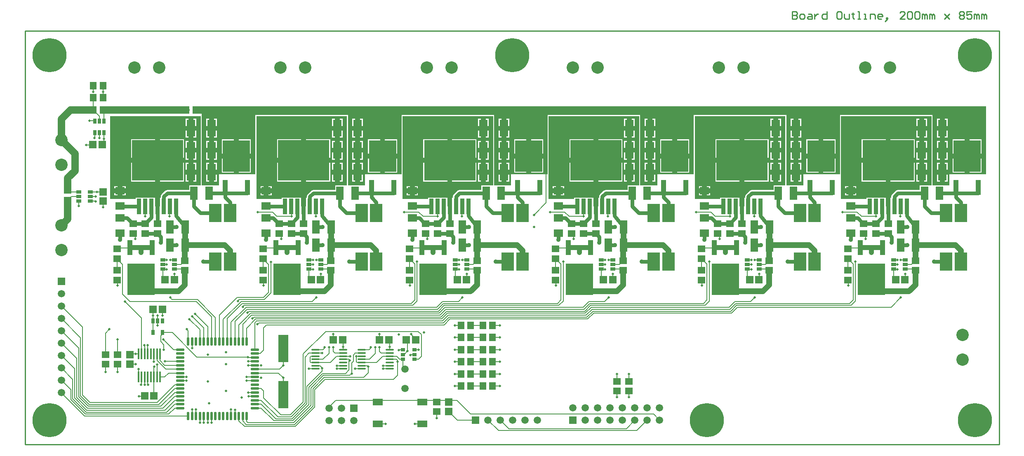
<source format=gtl>
%FSLAX44Y44*%
%MOMM*%
G71*
G01*
G75*
G04 Layer_Physical_Order=1*
G04 Layer_Color=255*
%ADD10R,1.6000X1.5000*%
%ADD11R,1.5000X1.4000*%
%ADD12R,1.4000X1.5000*%
%ADD13R,0.6500X1.1000*%
%ADD14R,1.5000X1.6000*%
%ADD15R,1.1000X0.6500*%
%ADD16R,0.9500X3.2000*%
%ADD17R,10.5000X8.3000*%
%ADD18R,1.8000X3.5000*%
%ADD19R,1.9000X1.5000*%
%ADD20O,0.4000X2.2500*%
%ADD21R,0.9000X0.6500*%
%ADD22O,1.7000X0.3500*%
%ADD23O,0.5500X1.7500*%
%ADD24O,1.7500X0.5500*%
%ADD25R,2.5000X3.8500*%
%ADD26R,1.5000X2.8000*%
%ADD27R,1.0000X3.0500*%
%ADD28R,5.5500X6.5000*%
%ADD29R,2.1000X5.6000*%
%ADD30R,2.1000X1.4000*%
%ADD31C,0.2000*%
%ADD32C,1.5000*%
%ADD33C,0.8000*%
%ADD34C,1.2000*%
%ADD35C,0.7500*%
%ADD36C,1.0000*%
%ADD37C,0.2540*%
%ADD38R,1.5000X1.5000*%
%ADD39C,1.5000*%
%ADD40R,1.5000X1.5000*%
%ADD41C,1.0000*%
%ADD42C,7.0000*%
%ADD43C,2.5400*%
%ADD44C,0.5000*%
%ADD45C,0.9000*%
G36*
X3010961Y2499890D02*
Y2358000D01*
X2987000D01*
X2987000Y2358000D01*
Y2348118D01*
X2942000D01*
X2939659Y2347652D01*
X2937674Y2346326D01*
X2930374Y2339026D01*
X2929048Y2337041D01*
X2928582Y2334700D01*
Y2332500D01*
X2927000D01*
Y2314498D01*
X2917000D01*
Y2332500D01*
X2877150D01*
Y2330000D01*
X2825000D01*
X2825000Y2330000D01*
X2825000Y2330000D01*
X2825000Y2330000D01*
Y2380581D01*
X2825039Y2380778D01*
Y2493333D01*
Y2500000D01*
D01*
X2825039Y2500000D01*
X3010887D01*
X3010961Y2499890D01*
D02*
G37*
G36*
X3310924Y2499985D02*
X3310961Y2499799D01*
Y2358000D01*
X3287000D01*
X3287000Y2358000D01*
X3287000D01*
Y2358000D01*
X3287000Y2358000D01*
Y2348118D01*
X3242000D01*
X3239659Y2347652D01*
X3237674Y2346326D01*
X3230374Y2339026D01*
X3229048Y2337041D01*
X3228582Y2334700D01*
Y2332500D01*
X3227000D01*
Y2314498D01*
X3217000D01*
Y2332500D01*
X3177150D01*
Y2330000D01*
X3125000D01*
X3125000Y2330000D01*
X3125000Y2330000D01*
X3125000Y2330000D01*
Y2380581D01*
X3125039Y2380778D01*
Y2493337D01*
Y2500000D01*
D01*
X3125039Y2500000D01*
X3310914D01*
X3310924Y2499985D01*
D02*
G37*
G36*
X3423000Y2500000D02*
X3423000Y2500000D01*
Y2380778D01*
X3348047D01*
X3347961Y2380692D01*
X3348000Y2380652D01*
Y2358000D01*
X3313000D01*
Y2497250D01*
Y2499799D01*
X3313000Y2499799D01*
Y2502250D01*
X3123000D01*
Y2500000D01*
X3123000Y2500000D01*
Y2500000D01*
Y2493337D01*
Y2380778D01*
X3048047D01*
X3047961Y2380692D01*
X3048000Y2380652D01*
Y2358000D01*
X3013000D01*
Y2498250D01*
X3013000D01*
Y2502250D01*
X2823000D01*
Y2500000D01*
Y2500000D01*
D01*
Y2498250D01*
Y2493333D01*
Y2380778D01*
X2748047D01*
X2747961Y2380692D01*
X2748000Y2380652D01*
Y2358000D01*
X2713000D01*
Y2498250D01*
Y2502250D01*
X2523000D01*
Y2500000D01*
X2523000Y2500000D01*
Y2500000D01*
Y2493333D01*
Y2380778D01*
X2448047D01*
X2447961Y2380692D01*
X2448000Y2380652D01*
Y2358000D01*
X2413000D01*
Y2498250D01*
Y2499930D01*
X2413000Y2499930D01*
Y2502250D01*
X2223000D01*
Y2500000D01*
X2223000Y2500000D01*
Y2500000D01*
Y2493337D01*
Y2380778D01*
X2148047D01*
X2147961Y2380692D01*
X2148000Y2380652D01*
Y2358000D01*
X2113000D01*
Y2498250D01*
Y2502250D01*
X1923000D01*
Y2500000D01*
Y2500000D01*
D01*
Y2498250D01*
Y2493337D01*
Y2470000D01*
Y2380778D01*
X1848047D01*
X1847961Y2380692D01*
X1848000Y2380652D01*
Y2358000D01*
X1813000D01*
Y2362000D01*
Y2470000D01*
Y2498250D01*
Y2520250D01*
X3423000D01*
Y2500000D01*
D02*
G37*
G36*
X2710961Y2499930D02*
Y2358000D01*
X2687000D01*
X2687000Y2358000D01*
X2687000D01*
Y2358000D01*
X2687000Y2358000D01*
Y2348118D01*
X2642000D01*
X2639659Y2347652D01*
X2637674Y2346326D01*
X2630374Y2339026D01*
X2629048Y2337041D01*
X2628582Y2334700D01*
Y2332500D01*
X2627000D01*
Y2314498D01*
X2617000D01*
Y2332500D01*
X2577150D01*
Y2330000D01*
X2525000D01*
X2525000Y2330000D01*
X2525000Y2330000D01*
X2525000Y2330000D01*
Y2380581D01*
X2525039Y2380778D01*
Y2493333D01*
Y2500000D01*
D01*
X2525039Y2500000D01*
X2710914D01*
X2710961Y2499930D01*
D02*
G37*
G36*
X1810961Y2499984D02*
X1810961Y2499984D01*
X1810961D01*
Y2498250D01*
Y2470000D01*
Y2362000D01*
Y2358000D01*
X1787000D01*
X1787000Y2358000D01*
X1787000D01*
Y2358000D01*
X1787000Y2358000D01*
Y2348118D01*
X1742000D01*
X1739659Y2347652D01*
X1737674Y2346326D01*
X1730374Y2339026D01*
X1729048Y2337041D01*
X1728582Y2334700D01*
Y2332500D01*
X1727000D01*
Y2314498D01*
X1717000D01*
Y2332500D01*
X1677150D01*
Y2330000D01*
X1625000D01*
X1625000Y2330000D01*
X1625000Y2330000D01*
X1625000Y2330000D01*
Y2500000D01*
X1810945D01*
X1810961Y2499984D01*
D02*
G37*
G36*
X2110961Y2499930D02*
Y2358000D01*
X2087000D01*
X2087000Y2358000D01*
X2087000D01*
Y2358000D01*
X2087000Y2358000D01*
Y2348118D01*
X2042000D01*
X2039659Y2347652D01*
X2037674Y2346326D01*
X2030374Y2339026D01*
X2029048Y2337041D01*
X2028582Y2334700D01*
Y2332500D01*
X2027000D01*
Y2314498D01*
X2017000D01*
Y2332500D01*
X1977150D01*
Y2330000D01*
X1925000D01*
X1925000Y2330000D01*
X1925000Y2330000D01*
X1925000Y2330000D01*
Y2380581D01*
X1925039Y2380778D01*
Y2493337D01*
Y2500000D01*
D01*
X1925039Y2500000D01*
X2110914D01*
X2110961Y2499930D01*
D02*
G37*
G36*
X2410961D02*
Y2358000D01*
X2387000D01*
X2387000Y2358000D01*
X2387000D01*
Y2358000D01*
X2387000Y2358000D01*
Y2348118D01*
X2342000D01*
X2339659Y2347652D01*
X2337674Y2346326D01*
X2330374Y2339026D01*
X2329048Y2337041D01*
X2328582Y2334700D01*
Y2332500D01*
X2327000D01*
Y2314498D01*
X2317000D01*
Y2332500D01*
X2277150D01*
Y2330000D01*
X2225000D01*
X2225000Y2330000D01*
X2225000Y2330000D01*
X2225000Y2330000D01*
Y2380581D01*
X2225039Y2380778D01*
Y2493337D01*
Y2500000D01*
D01*
X2225039Y2500000D01*
X2410914D01*
X2410961Y2499930D01*
D02*
G37*
%LPC*%
G36*
X3113750Y2413000D02*
X3089000D01*
Y2383500D01*
X3113750D01*
Y2413000D01*
D02*
G37*
G36*
X3413750D02*
X3389000D01*
Y2383500D01*
X3413750D01*
Y2413000D01*
D02*
G37*
G36*
X3379000D02*
X3354250D01*
Y2383500D01*
X3379000D01*
Y2413000D01*
D02*
G37*
G36*
X2779000D02*
X2754250D01*
Y2383500D01*
X2779000D01*
Y2413000D01*
D02*
G37*
G36*
X2813750D02*
X2789000D01*
Y2383500D01*
X2813750D01*
Y2413000D01*
D02*
G37*
G36*
X3079000D02*
X3054250D01*
Y2383500D01*
X3079000D01*
Y2413000D01*
D02*
G37*
G36*
X1844000Y2404500D02*
X1838000D01*
Y2390000D01*
X1844000D01*
Y2404500D01*
D02*
G37*
G36*
X2086000D02*
X2080000D01*
Y2390000D01*
X2086000D01*
Y2404500D01*
D02*
G37*
G36*
X2102000D02*
X2096000D01*
Y2390000D01*
X2102000D01*
Y2404500D01*
D02*
G37*
G36*
X1786000D02*
X1780000D01*
Y2390000D01*
X1786000D01*
Y2404500D01*
D02*
G37*
G36*
X1802000D02*
X1796000D01*
Y2390000D01*
X1802000D01*
Y2404500D01*
D02*
G37*
G36*
X1828000D02*
X1822000D01*
Y2390000D01*
X1828000D01*
Y2404500D01*
D02*
G37*
G36*
X2513750Y2413000D02*
X2489000D01*
Y2383500D01*
X2513750D01*
Y2413000D01*
D02*
G37*
G36*
X2676500Y2404000D02*
X2627000D01*
Y2365500D01*
X2676500D01*
Y2404000D01*
D02*
G37*
G36*
X2917000D02*
X2867500D01*
Y2365500D01*
X2917000D01*
Y2404000D01*
D02*
G37*
G36*
X2976500D02*
X2927000D01*
Y2365500D01*
X2976500D01*
Y2404000D01*
D02*
G37*
G36*
X2317000D02*
X2267500D01*
Y2365500D01*
X2317000D01*
Y2404000D01*
D02*
G37*
G36*
X2376500D02*
X2327000D01*
Y2365500D01*
X2376500D01*
Y2404000D01*
D02*
G37*
G36*
X2617000D02*
X2567500D01*
Y2365500D01*
X2617000D01*
Y2404000D01*
D02*
G37*
G36*
X3217000D02*
X3167500D01*
Y2365500D01*
X3217000D01*
Y2404000D01*
D02*
G37*
G36*
X2179000Y2413000D02*
X2154250D01*
Y2383500D01*
X2179000D01*
Y2413000D01*
D02*
G37*
G36*
X2213750D02*
X2189000D01*
Y2383500D01*
X2213750D01*
Y2413000D01*
D02*
G37*
G36*
X2479000D02*
X2454250D01*
Y2383500D01*
X2479000D01*
Y2413000D01*
D02*
G37*
G36*
X3276500Y2404000D02*
X3227000D01*
Y2365500D01*
X3276500D01*
Y2404000D01*
D02*
G37*
G36*
X1879000Y2413000D02*
X1854250D01*
Y2383500D01*
X1879000D01*
Y2413000D01*
D02*
G37*
G36*
X1913750D02*
X1889000D01*
Y2383500D01*
X1913750D01*
Y2413000D01*
D02*
G37*
G36*
X3328000Y2404500D02*
X3322000D01*
Y2390000D01*
X3328000D01*
Y2404500D01*
D02*
G37*
G36*
X3344000D02*
X3338000D01*
Y2390000D01*
X3344000D01*
Y2404500D01*
D02*
G37*
G36*
X1786000Y2425000D02*
X1780000D01*
Y2410500D01*
X1786000D01*
Y2425000D01*
D02*
G37*
G36*
X3044000Y2404500D02*
X3038000D01*
Y2390000D01*
X3044000D01*
Y2404500D01*
D02*
G37*
G36*
X3286000D02*
X3280000D01*
Y2390000D01*
X3286000D01*
Y2404500D01*
D02*
G37*
G36*
X3302000D02*
X3296000D01*
Y2390000D01*
X3302000D01*
Y2404500D01*
D02*
G37*
G36*
X1802000Y2425000D02*
X1796000D01*
Y2410500D01*
X1802000D01*
Y2425000D01*
D02*
G37*
G36*
X2102000D02*
X2096000D01*
Y2410500D01*
X2102000D01*
Y2425000D01*
D02*
G37*
G36*
X2128000D02*
X2122000D01*
Y2410500D01*
X2128000D01*
Y2425000D01*
D02*
G37*
G36*
X2144000D02*
X2138000D01*
Y2410500D01*
X2144000D01*
Y2425000D01*
D02*
G37*
G36*
X1828000D02*
X1822000D01*
Y2410500D01*
X1828000D01*
Y2425000D01*
D02*
G37*
G36*
X1844000D02*
X1838000D01*
Y2410500D01*
X1844000D01*
Y2425000D01*
D02*
G37*
G36*
X2086000D02*
X2080000D01*
Y2410500D01*
X2086000D01*
Y2425000D01*
D02*
G37*
G36*
X2402000Y2404500D02*
X2396000D01*
Y2390000D01*
X2402000D01*
Y2404500D01*
D02*
G37*
G36*
X2428000D02*
X2422000D01*
Y2390000D01*
X2428000D01*
Y2404500D01*
D02*
G37*
G36*
X2444000D02*
X2438000D01*
Y2390000D01*
X2444000D01*
Y2404500D01*
D02*
G37*
G36*
X2128000D02*
X2122000D01*
Y2390000D01*
X2128000D01*
Y2404500D01*
D02*
G37*
G36*
X2144000D02*
X2138000D01*
Y2390000D01*
X2144000D01*
Y2404500D01*
D02*
G37*
G36*
X2386000D02*
X2380000D01*
Y2390000D01*
X2386000D01*
Y2404500D01*
D02*
G37*
G36*
X2686000D02*
X2680000D01*
Y2390000D01*
X2686000D01*
Y2404500D01*
D02*
G37*
G36*
X2986000D02*
X2980000D01*
Y2390000D01*
X2986000D01*
Y2404500D01*
D02*
G37*
G36*
X3002000D02*
X2996000D01*
Y2390000D01*
X3002000D01*
Y2404500D01*
D02*
G37*
G36*
X3028000D02*
X3022000D01*
Y2390000D01*
X3028000D01*
Y2404500D01*
D02*
G37*
G36*
X2702000D02*
X2696000D01*
Y2390000D01*
X2702000D01*
Y2404500D01*
D02*
G37*
G36*
X2728000D02*
X2722000D01*
Y2390000D01*
X2728000D01*
Y2404500D01*
D02*
G37*
G36*
X2744000D02*
X2738000D01*
Y2390000D01*
X2744000D01*
Y2404500D01*
D02*
G37*
G36*
X2240000Y2356000D02*
X2233500D01*
Y2351500D01*
X2240000D01*
Y2356000D01*
D02*
G37*
G36*
X2256500D02*
X2250000D01*
Y2351500D01*
X2256500D01*
Y2356000D01*
D02*
G37*
G36*
X2540000D02*
X2533500D01*
Y2351500D01*
X2540000D01*
Y2356000D01*
D02*
G37*
G36*
X1656500D02*
X1650000D01*
Y2351500D01*
X1656500D01*
Y2356000D01*
D02*
G37*
G36*
X1940000D02*
X1933500D01*
Y2351500D01*
X1940000D01*
Y2356000D01*
D02*
G37*
G36*
X1956500D02*
X1950000D01*
Y2351500D01*
X1956500D01*
Y2356000D01*
D02*
G37*
G36*
X2556500D02*
X2550000D01*
Y2351500D01*
X2556500D01*
Y2356000D01*
D02*
G37*
G36*
X3156500D02*
X3150000D01*
Y2351500D01*
X3156500D01*
Y2356000D01*
D02*
G37*
G36*
X1786000Y2380000D02*
X1780000D01*
Y2365500D01*
X1786000D01*
Y2380000D01*
D02*
G37*
G36*
X1802000D02*
X1796000D01*
Y2365500D01*
X1802000D01*
Y2380000D01*
D02*
G37*
G36*
X2840000Y2356000D02*
X2833500D01*
Y2351500D01*
X2840000D01*
Y2356000D01*
D02*
G37*
G36*
X2856500D02*
X2850000D01*
Y2351500D01*
X2856500D01*
Y2356000D01*
D02*
G37*
G36*
X3140000D02*
X3133500D01*
Y2351500D01*
X3140000D01*
Y2356000D01*
D02*
G37*
G36*
X1956500Y2341500D02*
X1950000D01*
Y2337000D01*
X1956500D01*
Y2341500D01*
D02*
G37*
G36*
X2240000D02*
X2233500D01*
Y2337000D01*
X2240000D01*
Y2341500D01*
D02*
G37*
G36*
X2256500D02*
X2250000D01*
Y2337000D01*
X2256500D01*
Y2341500D01*
D02*
G37*
G36*
X1640000D02*
X1633500D01*
Y2337000D01*
X1640000D01*
Y2341500D01*
D02*
G37*
G36*
X1656500D02*
X1650000D01*
Y2337000D01*
X1656500D01*
Y2341500D01*
D02*
G37*
G36*
X1940000D02*
X1933500D01*
Y2337000D01*
X1940000D01*
Y2341500D01*
D02*
G37*
G36*
X2540000D02*
X2533500D01*
Y2337000D01*
X2540000D01*
Y2341500D01*
D02*
G37*
G36*
X3140000D02*
X3133500D01*
Y2337000D01*
X3140000D01*
Y2341500D01*
D02*
G37*
G36*
X3156500D02*
X3150000D01*
Y2337000D01*
X3156500D01*
Y2341500D01*
D02*
G37*
G36*
X1640000Y2356000D02*
X1633500D01*
Y2351500D01*
X1640000D01*
Y2356000D01*
D02*
G37*
G36*
X2556500Y2341500D02*
X2550000D01*
Y2337000D01*
X2556500D01*
Y2341500D01*
D02*
G37*
G36*
X2840000D02*
X2833500D01*
Y2337000D01*
X2840000D01*
Y2341500D01*
D02*
G37*
G36*
X2856500D02*
X2850000D01*
Y2337000D01*
X2856500D01*
Y2341500D01*
D02*
G37*
G36*
X3028000Y2380000D02*
X3022000D01*
Y2365500D01*
X3028000D01*
Y2380000D01*
D02*
G37*
G36*
X3044000D02*
X3038000D01*
Y2365500D01*
X3044000D01*
Y2380000D01*
D02*
G37*
G36*
X3286000D02*
X3280000D01*
Y2365500D01*
X3286000D01*
Y2380000D01*
D02*
G37*
G36*
X2744000D02*
X2738000D01*
Y2365500D01*
X2744000D01*
Y2380000D01*
D02*
G37*
G36*
X2986000D02*
X2980000D01*
Y2365500D01*
X2986000D01*
Y2380000D01*
D02*
G37*
G36*
X3002000D02*
X2996000D01*
Y2365500D01*
X3002000D01*
Y2380000D01*
D02*
G37*
G36*
X3302000D02*
X3296000D01*
Y2365500D01*
X3302000D01*
Y2380000D01*
D02*
G37*
G36*
X1776500Y2404000D02*
X1727000D01*
Y2365500D01*
X1776500D01*
Y2404000D01*
D02*
G37*
G36*
X2017000D02*
X1967500D01*
Y2365500D01*
X2017000D01*
Y2404000D01*
D02*
G37*
G36*
X2076500D02*
X2027000D01*
Y2365500D01*
X2076500D01*
Y2404000D01*
D02*
G37*
G36*
X3328000Y2380000D02*
X3322000D01*
Y2365500D01*
X3328000D01*
Y2380000D01*
D02*
G37*
G36*
X3344000D02*
X3338000D01*
Y2365500D01*
X3344000D01*
Y2380000D01*
D02*
G37*
G36*
X1717000Y2404000D02*
X1667500D01*
Y2365500D01*
X1717000D01*
Y2404000D01*
D02*
G37*
G36*
X2102000Y2380000D02*
X2096000D01*
Y2365500D01*
X2102000D01*
Y2380000D01*
D02*
G37*
G36*
X2128000D02*
X2122000D01*
Y2365500D01*
X2128000D01*
Y2380000D01*
D02*
G37*
G36*
X2144000D02*
X2138000D01*
Y2365500D01*
X2144000D01*
Y2380000D01*
D02*
G37*
G36*
X1828000D02*
X1822000D01*
Y2365500D01*
X1828000D01*
Y2380000D01*
D02*
G37*
G36*
X1844000D02*
X1838000D01*
Y2365500D01*
X1844000D01*
Y2380000D01*
D02*
G37*
G36*
X2086000D02*
X2080000D01*
Y2365500D01*
X2086000D01*
Y2380000D01*
D02*
G37*
G36*
X2386000D02*
X2380000D01*
Y2365500D01*
X2386000D01*
Y2380000D01*
D02*
G37*
G36*
X2686000D02*
X2680000D01*
Y2365500D01*
X2686000D01*
Y2380000D01*
D02*
G37*
G36*
X2702000D02*
X2696000D01*
Y2365500D01*
X2702000D01*
Y2380000D01*
D02*
G37*
G36*
X2728000D02*
X2722000D01*
Y2365500D01*
X2728000D01*
Y2380000D01*
D02*
G37*
G36*
X2402000D02*
X2396000D01*
Y2365500D01*
X2402000D01*
Y2380000D01*
D02*
G37*
G36*
X2428000D02*
X2422000D01*
Y2365500D01*
X2428000D01*
Y2380000D01*
D02*
G37*
G36*
X2444000D02*
X2438000D01*
Y2365500D01*
X2444000D01*
Y2380000D01*
D02*
G37*
G36*
X2386000Y2425000D02*
X2380000D01*
Y2410500D01*
X2386000D01*
Y2425000D01*
D02*
G37*
G36*
X2428000Y2470000D02*
X2422000D01*
Y2455500D01*
X2428000D01*
Y2470000D01*
D02*
G37*
G36*
X2444000D02*
X2438000D01*
Y2455500D01*
X2444000D01*
Y2470000D01*
D02*
G37*
G36*
X2686000D02*
X2680000D01*
Y2455500D01*
X2686000D01*
Y2470000D01*
D02*
G37*
G36*
X2144000D02*
X2138000D01*
Y2455500D01*
X2144000D01*
Y2470000D01*
D02*
G37*
G36*
X2386000D02*
X2380000D01*
Y2455500D01*
X2386000D01*
Y2470000D01*
D02*
G37*
G36*
X2402000D02*
X2396000D01*
Y2455500D01*
X2402000D01*
Y2470000D01*
D02*
G37*
G36*
X2702000D02*
X2696000D01*
Y2455500D01*
X2702000D01*
Y2470000D01*
D02*
G37*
G36*
X3002000D02*
X2996000D01*
Y2455500D01*
X3002000D01*
Y2470000D01*
D02*
G37*
G36*
X3028000D02*
X3022000D01*
Y2455500D01*
X3028000D01*
Y2470000D01*
D02*
G37*
G36*
X3044000D02*
X3038000D01*
Y2455500D01*
X3044000D01*
Y2470000D01*
D02*
G37*
G36*
X2728000D02*
X2722000D01*
Y2455500D01*
X2728000D01*
Y2470000D01*
D02*
G37*
G36*
X2744000D02*
X2738000D01*
Y2455500D01*
X2744000D01*
Y2470000D01*
D02*
G37*
G36*
X2986000D02*
X2980000D01*
Y2455500D01*
X2986000D01*
Y2470000D01*
D02*
G37*
G36*
X2128000D02*
X2122000D01*
Y2455500D01*
X2128000D01*
Y2470000D01*
D02*
G37*
G36*
X3286000Y2449500D02*
X3280000D01*
Y2435000D01*
X3286000D01*
Y2449500D01*
D02*
G37*
G36*
X3302000D02*
X3296000D01*
Y2435000D01*
X3302000D01*
Y2449500D01*
D02*
G37*
G36*
X3328000D02*
X3322000D01*
Y2435000D01*
X3328000D01*
Y2449500D01*
D02*
G37*
G36*
X3002000D02*
X2996000D01*
Y2435000D01*
X3002000D01*
Y2449500D01*
D02*
G37*
G36*
X3028000D02*
X3022000D01*
Y2435000D01*
X3028000D01*
Y2449500D01*
D02*
G37*
G36*
X3044000D02*
X3038000D01*
Y2435000D01*
X3044000D01*
Y2449500D01*
D02*
G37*
G36*
X3344000D02*
X3338000D01*
Y2435000D01*
X3344000D01*
Y2449500D01*
D02*
G37*
G36*
X1844000Y2470000D02*
X1838000D01*
Y2455500D01*
X1844000D01*
Y2470000D01*
Y2470000D01*
D02*
G37*
G36*
X2086000D02*
X2080000D01*
Y2455500D01*
X2086000D01*
Y2470000D01*
D02*
G37*
G36*
X2102000D02*
X2096000D01*
Y2455500D01*
X2102000D01*
Y2470000D01*
D02*
G37*
G36*
X1786000D02*
X1780000D01*
Y2455500D01*
X1786000D01*
Y2470000D01*
D02*
G37*
G36*
X1802000D02*
X1796000D01*
Y2455500D01*
X1802000D01*
Y2470000D01*
D02*
G37*
G36*
X1828000D02*
X1822000D01*
Y2470000D01*
Y2455500D01*
X1828000D01*
Y2470000D01*
D02*
G37*
G36*
X3286000D02*
X3280000D01*
Y2455500D01*
X3286000D01*
Y2470000D01*
D02*
G37*
G36*
X2728000Y2494500D02*
X2722000D01*
Y2480000D01*
X2728000D01*
Y2494500D01*
D02*
G37*
G36*
X2744000D02*
X2738000D01*
Y2480000D01*
X2744000D01*
Y2494500D01*
D02*
G37*
G36*
X2986000D02*
X2980000D01*
Y2480000D01*
X2986000D01*
Y2494500D01*
D02*
G37*
G36*
X2444000D02*
X2438000D01*
Y2480000D01*
X2444000D01*
Y2494500D01*
D02*
G37*
G36*
X2686000D02*
X2680000D01*
Y2480000D01*
X2686000D01*
Y2494500D01*
D02*
G37*
G36*
X2702000D02*
X2696000D01*
Y2480000D01*
X2702000D01*
Y2494500D01*
D02*
G37*
G36*
X3002000D02*
X2996000D01*
Y2480000D01*
X3002000D01*
Y2494500D01*
D02*
G37*
G36*
X3302000D02*
X3296000D01*
Y2480000D01*
X3302000D01*
Y2494500D01*
D02*
G37*
G36*
X3328000D02*
X3322000D01*
Y2480000D01*
X3328000D01*
Y2494500D01*
D02*
G37*
G36*
X3344000D02*
X3338000D01*
Y2480000D01*
X3344000D01*
Y2494500D01*
D02*
G37*
G36*
X3028000D02*
X3022000D01*
Y2480000D01*
X3028000D01*
Y2494500D01*
D02*
G37*
G36*
X3044000D02*
X3038000D01*
Y2480000D01*
X3044000D01*
Y2494500D01*
D02*
G37*
G36*
X3286000D02*
X3280000D01*
Y2480000D01*
X3286000D01*
Y2494500D01*
D02*
G37*
G36*
X2428000D02*
X2422000D01*
Y2480000D01*
X2428000D01*
Y2494500D01*
D02*
G37*
G36*
X1786000D02*
X1780000D01*
Y2480000D01*
X1786000D01*
Y2494500D01*
D02*
G37*
G36*
X1802000D02*
X1796000D01*
Y2480000D01*
X1802000D01*
Y2494500D01*
D02*
G37*
G36*
X1828000D02*
X1822000D01*
Y2480000D01*
X1828000D01*
Y2494500D01*
D02*
G37*
G36*
X3302000Y2470000D02*
X3296000D01*
Y2455500D01*
X3302000D01*
Y2470000D01*
D02*
G37*
G36*
X3328000D02*
X3322000D01*
Y2455500D01*
X3328000D01*
Y2470000D01*
D02*
G37*
G36*
X3344000D02*
X3338000D01*
Y2455500D01*
X3344000D01*
Y2470000D01*
D02*
G37*
G36*
X1844000Y2494500D02*
X1838000D01*
Y2480000D01*
X1844000D01*
Y2494500D01*
D02*
G37*
G36*
X2144000D02*
X2138000D01*
Y2480000D01*
X2144000D01*
Y2494500D01*
D02*
G37*
G36*
X2386000D02*
X2380000D01*
Y2480000D01*
X2386000D01*
Y2494500D01*
D02*
G37*
G36*
X2402000D02*
X2396000D01*
Y2480000D01*
X2402000D01*
Y2494500D01*
D02*
G37*
G36*
X2086000D02*
X2080000D01*
Y2480000D01*
X2086000D01*
Y2494500D01*
D02*
G37*
G36*
X2102000D02*
X2096000D01*
Y2480000D01*
X2102000D01*
Y2494500D01*
D02*
G37*
G36*
X2128000D02*
X2122000D01*
Y2480000D01*
X2128000D01*
Y2494500D01*
D02*
G37*
G36*
X2986000Y2449500D02*
X2980000D01*
Y2435000D01*
X2986000D01*
Y2449500D01*
D02*
G37*
G36*
X2017000Y2452500D02*
X1967500D01*
Y2414000D01*
X2017000D01*
Y2452500D01*
D02*
G37*
G36*
X2076500D02*
X2027000D01*
Y2414000D01*
X2076500D01*
Y2452500D01*
D02*
G37*
G36*
X2317000D02*
X2267500D01*
Y2414000D01*
X2317000D01*
Y2452500D01*
D02*
G37*
G36*
X3344000Y2425000D02*
X3338000D01*
Y2410500D01*
X3344000D01*
Y2425000D01*
D02*
G37*
G36*
X1717000Y2452500D02*
X1667500D01*
Y2414000D01*
X1717000D01*
Y2452500D01*
D02*
G37*
G36*
X1776500D02*
X1727000D01*
Y2414000D01*
X1776500D01*
Y2452500D01*
D02*
G37*
G36*
X2376500D02*
X2327000D01*
Y2414000D01*
X2376500D01*
Y2452500D01*
D02*
G37*
G36*
X2976500D02*
X2927000D01*
Y2414000D01*
X2976500D01*
Y2452500D01*
D02*
G37*
G36*
X3217000D02*
X3167500D01*
Y2414000D01*
X3217000D01*
Y2452500D01*
D02*
G37*
G36*
X3276500D02*
X3227000D01*
Y2414000D01*
X3276500D01*
Y2452500D01*
D02*
G37*
G36*
X2617000D02*
X2567500D01*
Y2414000D01*
X2617000D01*
Y2452500D01*
D02*
G37*
G36*
X2676500D02*
X2627000D01*
Y2414000D01*
X2676500D01*
Y2452500D01*
D02*
G37*
G36*
X2917000D02*
X2867500D01*
Y2414000D01*
X2917000D01*
Y2452500D01*
D02*
G37*
G36*
X3328000Y2425000D02*
X3322000D01*
Y2410500D01*
X3328000D01*
Y2425000D01*
D02*
G37*
G36*
X2686000D02*
X2680000D01*
Y2410500D01*
X2686000D01*
Y2425000D01*
D02*
G37*
G36*
X2702000D02*
X2696000D01*
Y2410500D01*
X2702000D01*
Y2425000D01*
D02*
G37*
G36*
X2728000D02*
X2722000D01*
Y2410500D01*
X2728000D01*
Y2425000D01*
D02*
G37*
G36*
X2402000D02*
X2396000D01*
Y2410500D01*
X2402000D01*
Y2425000D01*
D02*
G37*
G36*
X2428000D02*
X2422000D01*
Y2410500D01*
X2428000D01*
Y2425000D01*
D02*
G37*
G36*
X2444000D02*
X2438000D01*
Y2410500D01*
X2444000D01*
Y2425000D01*
D02*
G37*
G36*
X2744000D02*
X2738000D01*
Y2410500D01*
X2744000D01*
Y2425000D01*
D02*
G37*
G36*
X3044000D02*
X3038000D01*
Y2410500D01*
X3044000D01*
Y2425000D01*
D02*
G37*
G36*
X3286000D02*
X3280000D01*
Y2410500D01*
X3286000D01*
Y2425000D01*
D02*
G37*
G36*
X3302000D02*
X3296000D01*
Y2410500D01*
X3302000D01*
Y2425000D01*
D02*
G37*
G36*
X2986000D02*
X2980000D01*
Y2410500D01*
X2986000D01*
Y2425000D01*
D02*
G37*
G36*
X3002000D02*
X2996000D01*
Y2410500D01*
X3002000D01*
Y2425000D01*
D02*
G37*
G36*
X3028000D02*
X3022000D01*
Y2410500D01*
X3028000D01*
Y2425000D01*
D02*
G37*
G36*
X1879000Y2452500D02*
X1854250D01*
Y2423000D01*
X1879000D01*
Y2452500D01*
D02*
G37*
G36*
X2128000Y2449500D02*
X2122000D01*
Y2435000D01*
X2128000D01*
Y2449500D01*
D02*
G37*
G36*
X2144000D02*
X2138000D01*
Y2435000D01*
X2144000D01*
Y2449500D01*
D02*
G37*
G36*
X2386000D02*
X2380000D01*
Y2435000D01*
X2386000D01*
Y2449500D01*
D02*
G37*
G36*
X1844000D02*
X1838000D01*
Y2435000D01*
X1844000D01*
Y2449500D01*
D02*
G37*
G36*
X2086000D02*
X2080000D01*
Y2435000D01*
X2086000D01*
Y2449500D01*
D02*
G37*
G36*
X2102000D02*
X2096000D01*
Y2435000D01*
X2102000D01*
Y2449500D01*
D02*
G37*
G36*
X2402000D02*
X2396000D01*
Y2435000D01*
X2402000D01*
Y2449500D01*
D02*
G37*
G36*
X2702000D02*
X2696000D01*
Y2435000D01*
X2702000D01*
Y2449500D01*
D02*
G37*
G36*
X2728000D02*
X2722000D01*
Y2435000D01*
X2728000D01*
Y2449500D01*
D02*
G37*
G36*
X2744000D02*
X2738000D01*
Y2435000D01*
X2744000D01*
Y2449500D01*
D02*
G37*
G36*
X2428000D02*
X2422000D01*
Y2435000D01*
X2428000D01*
Y2449500D01*
D02*
G37*
G36*
X2444000D02*
X2438000D01*
Y2435000D01*
X2444000D01*
Y2449500D01*
D02*
G37*
G36*
X2686000D02*
X2680000D01*
Y2435000D01*
X2686000D01*
Y2449500D01*
D02*
G37*
G36*
X1828000D02*
X1822000D01*
Y2435000D01*
X1828000D01*
Y2449500D01*
D02*
G37*
G36*
X2479000Y2452500D02*
X2454250D01*
Y2423000D01*
X2479000D01*
Y2452500D01*
D02*
G37*
G36*
X2513750D02*
X2489000D01*
Y2423000D01*
X2513750D01*
Y2452500D01*
D02*
G37*
G36*
X2779000D02*
X2754250D01*
Y2423000D01*
X2779000D01*
Y2452500D01*
D02*
G37*
G36*
X1913750D02*
X1889000D01*
Y2423000D01*
X1913750D01*
Y2452500D01*
D02*
G37*
G36*
X2179000D02*
X2154250D01*
Y2423000D01*
X2179000D01*
Y2452500D01*
D02*
G37*
G36*
X2213750D02*
X2189000D01*
Y2423000D01*
X2213750D01*
Y2452500D01*
D02*
G37*
G36*
X2813750D02*
X2789000D01*
Y2423000D01*
X2813750D01*
Y2452500D01*
D02*
G37*
G36*
X3413750D02*
X3389000D01*
Y2423000D01*
X3413750D01*
Y2452500D01*
D02*
G37*
G36*
X1786000Y2449500D02*
X1780000D01*
Y2435000D01*
X1786000D01*
Y2449500D01*
D02*
G37*
G36*
X1802000D02*
X1796000D01*
Y2435000D01*
X1802000D01*
Y2449500D01*
D02*
G37*
G36*
X3079000Y2452500D02*
X3054250D01*
Y2423000D01*
X3079000D01*
Y2452500D01*
D02*
G37*
G36*
X3113750D02*
X3089000D01*
Y2423000D01*
X3113750D01*
Y2452500D01*
D02*
G37*
G36*
X3379000D02*
X3354250D01*
Y2423000D01*
X3379000D01*
Y2452500D01*
D02*
G37*
%LPD*%
D10*
X1665000Y1990500D02*
D03*
Y2009500D02*
D03*
X1610000Y2344500D02*
D03*
Y2325500D02*
D03*
X2320000Y1893000D02*
D03*
Y1912000D02*
D03*
D11*
X1640000Y2010000D02*
D03*
Y1990000D02*
D03*
X1615000Y2010000D02*
D03*
Y1990000D02*
D03*
X1537500Y2347500D02*
D03*
Y2327500D02*
D03*
X2690000Y1935000D02*
D03*
Y1955000D02*
D03*
X2665000Y1935000D02*
D03*
Y1955000D02*
D03*
X2295000Y1892500D02*
D03*
Y1912500D02*
D03*
X3172000Y2279000D02*
D03*
Y2259000D02*
D03*
X3222000Y2279000D02*
D03*
Y2259000D02*
D03*
X3197000D02*
D03*
Y2279000D02*
D03*
X3139000Y2163000D02*
D03*
Y2183000D02*
D03*
Y2207000D02*
D03*
Y2227000D02*
D03*
X3278000Y2203000D02*
D03*
Y2183000D02*
D03*
X2272000Y2279000D02*
D03*
Y2259000D02*
D03*
X2322000Y2279000D02*
D03*
Y2259000D02*
D03*
X2297000D02*
D03*
Y2279000D02*
D03*
X2239000Y2163000D02*
D03*
Y2183000D02*
D03*
Y2207000D02*
D03*
Y2227000D02*
D03*
X2378000Y2203000D02*
D03*
Y2183000D02*
D03*
X2872000Y2279000D02*
D03*
Y2259000D02*
D03*
X2922000Y2279000D02*
D03*
Y2259000D02*
D03*
X2897000D02*
D03*
Y2279000D02*
D03*
X2839000Y2163000D02*
D03*
Y2183000D02*
D03*
Y2207000D02*
D03*
Y2227000D02*
D03*
X2978000Y2203000D02*
D03*
Y2183000D02*
D03*
X2572000Y2279000D02*
D03*
Y2259000D02*
D03*
X2622000Y2279000D02*
D03*
Y2259000D02*
D03*
X2597000D02*
D03*
Y2279000D02*
D03*
X2539000Y2163000D02*
D03*
Y2183000D02*
D03*
Y2207000D02*
D03*
Y2227000D02*
D03*
X2678000Y2203000D02*
D03*
Y2183000D02*
D03*
X1672000Y2279000D02*
D03*
Y2259000D02*
D03*
X1722000Y2279000D02*
D03*
Y2259000D02*
D03*
X1697000D02*
D03*
Y2279000D02*
D03*
X1639000Y2163000D02*
D03*
Y2183000D02*
D03*
Y2207000D02*
D03*
Y2227000D02*
D03*
X1778000Y2203000D02*
D03*
Y2183000D02*
D03*
X1972000Y2279000D02*
D03*
Y2259000D02*
D03*
X2022000Y2279000D02*
D03*
Y2259000D02*
D03*
X1997000D02*
D03*
Y2279000D02*
D03*
X1939000Y2163000D02*
D03*
Y2183000D02*
D03*
Y2207000D02*
D03*
Y2227000D02*
D03*
X2078000Y2203000D02*
D03*
Y2183000D02*
D03*
D12*
X1590250Y2512750D02*
D03*
X1610250D02*
D03*
Y2537750D02*
D03*
X1590250D02*
D03*
Y2562750D02*
D03*
X1610250D02*
D03*
X2345000Y1945000D02*
D03*
X2365000D02*
D03*
X2345000Y1970000D02*
D03*
X2365000D02*
D03*
X2345000Y1995000D02*
D03*
X2365000D02*
D03*
X2345000Y2020000D02*
D03*
X2365000D02*
D03*
X2345000Y2045000D02*
D03*
X2365000D02*
D03*
X2345000Y2070000D02*
D03*
X2365000D02*
D03*
X1780500Y2512750D02*
D03*
X1800500D02*
D03*
X2410000Y2070000D02*
D03*
X2390000D02*
D03*
X2410000Y2045000D02*
D03*
X2390000D02*
D03*
X2410000Y2020000D02*
D03*
X2390000D02*
D03*
X2410000Y1995000D02*
D03*
X2390000D02*
D03*
X2410000Y1970000D02*
D03*
X2390000D02*
D03*
X2410000Y1945000D02*
D03*
X2390000D02*
D03*
D13*
X1593250Y2489750D02*
D03*
X1602750D02*
D03*
X1612250D02*
D03*
Y2465750D02*
D03*
X1602750D02*
D03*
X1593250D02*
D03*
X1732000Y2055500D02*
D03*
X1713000D02*
D03*
Y2079500D02*
D03*
X1722500D02*
D03*
X1732000D02*
D03*
D14*
X1608250Y2441500D02*
D03*
X1589250D02*
D03*
X2233000Y2040000D02*
D03*
X2252000D02*
D03*
X2083000D02*
D03*
X2102000D02*
D03*
X2178000D02*
D03*
X2197000D02*
D03*
X1732000Y2102500D02*
D03*
X1713000D02*
D03*
X1695500Y1925000D02*
D03*
X1714500D02*
D03*
X3256500Y2164000D02*
D03*
X3237500D02*
D03*
X2356500D02*
D03*
X2337500D02*
D03*
X2956500D02*
D03*
X2937500D02*
D03*
X2656500D02*
D03*
X2637500D02*
D03*
X1756500D02*
D03*
X1737500D02*
D03*
X2056500D02*
D03*
X2037500D02*
D03*
D15*
X1560500Y2325500D02*
D03*
Y2335000D02*
D03*
Y2344500D02*
D03*
X1584500D02*
D03*
Y2335000D02*
D03*
Y2325500D02*
D03*
X3233000Y2204500D02*
D03*
Y2195000D02*
D03*
Y2185500D02*
D03*
X3257000D02*
D03*
Y2195000D02*
D03*
Y2204500D02*
D03*
X2333000D02*
D03*
Y2195000D02*
D03*
Y2185500D02*
D03*
X2357000D02*
D03*
Y2195000D02*
D03*
Y2204500D02*
D03*
X2933000D02*
D03*
Y2195000D02*
D03*
Y2185500D02*
D03*
X2957000D02*
D03*
Y2195000D02*
D03*
Y2204500D02*
D03*
X2633000D02*
D03*
Y2195000D02*
D03*
Y2185500D02*
D03*
X2657000D02*
D03*
Y2195000D02*
D03*
Y2204500D02*
D03*
X1733000D02*
D03*
Y2195000D02*
D03*
Y2185500D02*
D03*
X1757000D02*
D03*
Y2195000D02*
D03*
Y2204500D02*
D03*
X2033000D02*
D03*
Y2195000D02*
D03*
Y2185500D02*
D03*
X2057000D02*
D03*
Y2195000D02*
D03*
Y2204500D02*
D03*
D16*
X2883900Y2314500D02*
D03*
X2896600D02*
D03*
X2909300D02*
D03*
X2922000D02*
D03*
X2934700D02*
D03*
X2947400D02*
D03*
X2960100D02*
D03*
X1683900D02*
D03*
X1696600D02*
D03*
X1709300D02*
D03*
X1722000D02*
D03*
X1734700D02*
D03*
X1747400D02*
D03*
X1760100D02*
D03*
X2583900D02*
D03*
X2596600D02*
D03*
X2609300D02*
D03*
X2622000D02*
D03*
X2634700D02*
D03*
X2647400D02*
D03*
X2660100D02*
D03*
X1983900D02*
D03*
X1996600D02*
D03*
X2009300D02*
D03*
X2022000D02*
D03*
X2034700D02*
D03*
X2047400D02*
D03*
X2060100D02*
D03*
X2283900D02*
D03*
X2296600D02*
D03*
X2309300D02*
D03*
X2322000D02*
D03*
X2334700D02*
D03*
X2347400D02*
D03*
X2360100D02*
D03*
X3183900D02*
D03*
X3196600D02*
D03*
X3209300D02*
D03*
X3222000D02*
D03*
X3234700D02*
D03*
X3247400D02*
D03*
X3260100D02*
D03*
D17*
X2922000Y2409000D02*
D03*
X1722000D02*
D03*
X2622000D02*
D03*
X2022000D02*
D03*
X2322000D02*
D03*
X3222000D02*
D03*
D18*
X1833000Y2475000D02*
D03*
X1791000D02*
D03*
X2733000D02*
D03*
X2691000D02*
D03*
X2133000D02*
D03*
X2091000D02*
D03*
X3033000D02*
D03*
X2991000D02*
D03*
X2433000D02*
D03*
X2391000D02*
D03*
X3333000D02*
D03*
X3291000D02*
D03*
X3291000Y2385000D02*
D03*
X3333000D02*
D03*
X3291000Y2430000D02*
D03*
X3333000D02*
D03*
X2391000Y2385000D02*
D03*
X2433000D02*
D03*
X2391000Y2430000D02*
D03*
X2433000D02*
D03*
X2991000Y2385000D02*
D03*
X3033000D02*
D03*
X2991000Y2430000D02*
D03*
X3033000D02*
D03*
X2691000Y2385000D02*
D03*
X2733000D02*
D03*
X2691000Y2430000D02*
D03*
X2733000D02*
D03*
X1791000Y2385000D02*
D03*
X1833000D02*
D03*
X1791000Y2430000D02*
D03*
X1833000D02*
D03*
X2091000Y2385000D02*
D03*
X2133000D02*
D03*
X2091000Y2430000D02*
D03*
X2133000D02*
D03*
D19*
X3145000Y2290500D02*
D03*
Y2259500D02*
D03*
X2245000Y2290500D02*
D03*
Y2259500D02*
D03*
X2845000Y2290500D02*
D03*
Y2259500D02*
D03*
X1945000Y2290500D02*
D03*
Y2259500D02*
D03*
X2545000Y2290500D02*
D03*
Y2259500D02*
D03*
X1645000Y2290500D02*
D03*
Y2259500D02*
D03*
X3145000Y2346500D02*
D03*
Y2315500D02*
D03*
X2245000Y2346500D02*
D03*
Y2315500D02*
D03*
X2845000Y2346500D02*
D03*
Y2315500D02*
D03*
X2545000Y2346500D02*
D03*
Y2315500D02*
D03*
X1645000Y2346500D02*
D03*
Y2315500D02*
D03*
X1945000Y2346500D02*
D03*
Y2315500D02*
D03*
D20*
X1682775Y1963750D02*
D03*
X1689125D02*
D03*
X1695475D02*
D03*
X1701825D02*
D03*
X1708175D02*
D03*
X1714525D02*
D03*
X1720875D02*
D03*
X1727225D02*
D03*
X1682775Y2011250D02*
D03*
X1689125D02*
D03*
X1695475D02*
D03*
X1701825D02*
D03*
X1708175D02*
D03*
X1714525D02*
D03*
X1720875D02*
D03*
X1727225D02*
D03*
D21*
X2225500Y2000500D02*
D03*
Y2010000D02*
D03*
Y2019500D02*
D03*
X2249500D02*
D03*
Y2010000D02*
D03*
Y2000500D02*
D03*
D22*
X2046500Y2019500D02*
D03*
Y2013000D02*
D03*
Y2006500D02*
D03*
Y2000000D02*
D03*
Y1993500D02*
D03*
Y1987000D02*
D03*
Y1980500D02*
D03*
X2103500Y2019500D02*
D03*
Y2013000D02*
D03*
Y2006500D02*
D03*
Y2000000D02*
D03*
Y1993500D02*
D03*
Y1987000D02*
D03*
Y1980500D02*
D03*
X2141500Y2019500D02*
D03*
Y2013000D02*
D03*
Y2006500D02*
D03*
Y2000000D02*
D03*
Y1993500D02*
D03*
Y1987000D02*
D03*
Y1980500D02*
D03*
X2198500Y2019500D02*
D03*
Y2013000D02*
D03*
Y2006500D02*
D03*
Y2000000D02*
D03*
Y1993500D02*
D03*
Y1987000D02*
D03*
Y1980500D02*
D03*
D23*
X1905000Y2036500D02*
D03*
X1897000D02*
D03*
X1889000D02*
D03*
X1881000D02*
D03*
X1873000D02*
D03*
X1865000D02*
D03*
X1857000D02*
D03*
X1849000D02*
D03*
X1841000D02*
D03*
X1833000D02*
D03*
X1825000D02*
D03*
X1817000D02*
D03*
X1809000D02*
D03*
X1801000D02*
D03*
X1793000D02*
D03*
X1785000D02*
D03*
Y1883500D02*
D03*
X1793000D02*
D03*
X1801000D02*
D03*
X1809000D02*
D03*
X1817000D02*
D03*
X1825000D02*
D03*
X1833000D02*
D03*
X1841000D02*
D03*
X1849000D02*
D03*
X1857000D02*
D03*
X1865000D02*
D03*
X1873000D02*
D03*
X1881000D02*
D03*
X1889000D02*
D03*
X1897000D02*
D03*
X1905000D02*
D03*
D24*
X1768500Y2020000D02*
D03*
Y2012000D02*
D03*
Y2004000D02*
D03*
Y1996000D02*
D03*
Y1988000D02*
D03*
Y1980000D02*
D03*
Y1972000D02*
D03*
Y1964000D02*
D03*
Y1956000D02*
D03*
Y1948000D02*
D03*
Y1940000D02*
D03*
Y1932000D02*
D03*
Y1924000D02*
D03*
Y1916000D02*
D03*
Y1908000D02*
D03*
Y1900000D02*
D03*
X1921500D02*
D03*
Y1908000D02*
D03*
Y1916000D02*
D03*
Y1924000D02*
D03*
Y1932000D02*
D03*
Y1940000D02*
D03*
Y1948000D02*
D03*
Y1956000D02*
D03*
Y1964000D02*
D03*
Y1972000D02*
D03*
Y1980000D02*
D03*
Y1988000D02*
D03*
Y1996000D02*
D03*
Y2004000D02*
D03*
Y2012000D02*
D03*
Y2020000D02*
D03*
D25*
X3341000Y2201250D02*
D03*
X3371000D02*
D03*
Y2300750D02*
D03*
X3341000D02*
D03*
X2441000Y2201250D02*
D03*
X2471000D02*
D03*
Y2300750D02*
D03*
X2441000D02*
D03*
X3041000Y2201250D02*
D03*
X3071000D02*
D03*
Y2300750D02*
D03*
X3041000D02*
D03*
X2741000Y2201250D02*
D03*
X2771000D02*
D03*
Y2300750D02*
D03*
X2741000D02*
D03*
X1841000Y2201250D02*
D03*
X1871000D02*
D03*
Y2300750D02*
D03*
X1841000D02*
D03*
X2141000Y2201250D02*
D03*
X2171000D02*
D03*
Y2300750D02*
D03*
X2141000D02*
D03*
D26*
X3296500Y2342000D02*
D03*
X3327500D02*
D03*
X3247500Y2235000D02*
D03*
X3278500D02*
D03*
X3247500Y2272000D02*
D03*
X3278500D02*
D03*
X2396500Y2342000D02*
D03*
X2427500D02*
D03*
X2347500Y2235000D02*
D03*
X2378500D02*
D03*
X2347500Y2272000D02*
D03*
X2378500D02*
D03*
X2996500Y2342000D02*
D03*
X3027500D02*
D03*
X2947500Y2235000D02*
D03*
X2978500D02*
D03*
X2947500Y2272000D02*
D03*
X2978500D02*
D03*
X2696500Y2342000D02*
D03*
X2727500D02*
D03*
X2647500Y2235000D02*
D03*
X2678500D02*
D03*
X2647500Y2272000D02*
D03*
X2678500D02*
D03*
X1796500Y2342000D02*
D03*
X1827500D02*
D03*
X1747500Y2235000D02*
D03*
X1778500D02*
D03*
X1747500Y2272000D02*
D03*
X1778500D02*
D03*
X2096500Y2342000D02*
D03*
X2127500D02*
D03*
X2047500Y2235000D02*
D03*
X2078500D02*
D03*
X2047500Y2272000D02*
D03*
X2078500D02*
D03*
D27*
X3361100Y2353500D02*
D03*
X3406900D02*
D03*
X3210900Y2229500D02*
D03*
X3165100D02*
D03*
X2461100Y2353500D02*
D03*
X2506900D02*
D03*
X2310900Y2229500D02*
D03*
X2265100D02*
D03*
X3061100Y2353500D02*
D03*
X3106900D02*
D03*
X2910900Y2229500D02*
D03*
X2865100D02*
D03*
X2761100Y2353500D02*
D03*
X2806900D02*
D03*
X2610900Y2229500D02*
D03*
X2565100D02*
D03*
X1861100Y2353500D02*
D03*
X1906900D02*
D03*
X1710900Y2229500D02*
D03*
X1665100D02*
D03*
X2161100Y2353500D02*
D03*
X2206900D02*
D03*
X2010900Y2229500D02*
D03*
X1965100D02*
D03*
D28*
X3384000Y2418000D02*
D03*
X3188000Y2165000D02*
D03*
X2484000Y2418000D02*
D03*
X2288000Y2165000D02*
D03*
X3084000Y2418000D02*
D03*
X2888000Y2165000D02*
D03*
X2784000Y2418000D02*
D03*
X2588000Y2165000D02*
D03*
X1884000Y2418000D02*
D03*
X1688000Y2165000D02*
D03*
X2184000Y2418000D02*
D03*
X1988000Y2165000D02*
D03*
D29*
X1980000Y1927500D02*
D03*
Y2022500D02*
D03*
D30*
X2174500Y1912500D02*
D03*
X2265500Y1867500D02*
D03*
Y1912500D02*
D03*
X2174500Y1867500D02*
D03*
D31*
X1946000Y2071000D02*
X2310412D01*
X1940000Y2065000D02*
X1946000Y2071000D01*
X1940000Y2019000D02*
Y2065000D01*
X1735000Y2020000D02*
Y2030000D01*
X1728500Y2036500D02*
X1735000Y2030000D01*
X1728500Y2036500D02*
Y2048500D01*
X1732000Y2052000D02*
Y2055500D01*
X1728500Y2048500D02*
X1732000Y2052000D01*
Y2058000D02*
X1735000Y2055000D01*
X1714525Y1984525D02*
X1715000Y1985000D01*
X1714525Y1963750D02*
Y1984525D01*
X1940000Y1921000D02*
Y1935000D01*
Y1921000D02*
X1975000Y1886000D01*
X1935000Y1940000D02*
X1940000Y1935000D01*
X1921500Y1940000D02*
X1935000D01*
X1640000Y1974250D02*
Y1990000D01*
X1615000Y1974250D02*
Y1990000D01*
Y2010000D02*
Y2053992D01*
X1623004Y2061996D01*
X1640000Y2010000D02*
Y2041000D01*
X2206500Y1959000D02*
X2215000Y1967500D01*
X2145500Y1963000D02*
X2155000Y1972500D01*
X2117000Y1967000D02*
X2121000Y1971000D01*
X2062657Y1967000D02*
X2117000D01*
X2064314Y1963000D02*
X2145500D01*
X2065970Y1959000D02*
X2206500D01*
X2045000Y1938029D02*
X2065970Y1959000D01*
X2041000Y1939686D02*
X2064314Y1963000D01*
X2037000Y1941343D02*
X2062657Y1967000D01*
X2108000Y1971000D02*
X2115000Y1978000D01*
X2061000Y1971000D02*
X2108000D01*
X2033000Y1943000D02*
X2061000Y1971000D01*
X2088000Y1916000D02*
X2171000D01*
X2074200Y1902200D02*
X2088000Y1916000D01*
X2074200Y1897500D02*
Y1902200D01*
X1781996Y2061996D02*
X1785000Y2058992D01*
Y2036500D02*
Y2058992D01*
X1734000Y2041000D02*
X1755000Y2020000D01*
X1768500D01*
X1757496Y1948000D02*
X1768500D01*
X1720997Y1911500D02*
X1757496Y1948000D01*
X1583500Y1911500D02*
X1720997D01*
X1757496Y1940000D02*
X1768500D01*
X1724996Y1907500D02*
X1757496Y1940000D01*
X1581843Y1907500D02*
X1724996D01*
X1564000Y1925343D02*
X1581843Y1907500D01*
X1757496Y1932000D02*
X1768500D01*
X1728996Y1903500D02*
X1757496Y1932000D01*
X1580186Y1903500D02*
X1728996D01*
X1560000Y1923686D02*
X1580186Y1903500D01*
X1757496Y1924000D02*
X1768500D01*
X1732997Y1899500D02*
X1757496Y1924000D01*
X1578530Y1899500D02*
X1732997D01*
X1556000Y1922030D02*
X1578530Y1899500D01*
X1757496Y1916000D02*
X1768500D01*
X1736996Y1895500D02*
X1757496Y1916000D01*
X1576873Y1895500D02*
X1736996D01*
X1552000Y1920373D02*
X1576873Y1895500D01*
X1757496Y1908000D02*
X1768500D01*
X1740997Y1891500D02*
X1757496Y1908000D01*
X1575216Y1891500D02*
X1740997D01*
X1548000Y1918716D02*
X1575216Y1891500D01*
X1757496Y1900000D02*
X1768500D01*
X1744996Y1887500D02*
X1757496Y1900000D01*
X1573559Y1887500D02*
X1744996D01*
X1544000Y1917059D02*
X1573559Y1887500D01*
X1525000Y2109200D02*
X1568000Y2066200D01*
Y1927000D02*
Y2066200D01*
X1525000Y2083800D02*
X1564000Y2044800D01*
Y1925343D02*
Y2044800D01*
X1525000Y2058400D02*
X1560000Y2023400D01*
Y1923686D02*
Y2023400D01*
X1525000Y2033000D02*
X1556000Y2002000D01*
Y1922030D02*
Y2002000D01*
X1525000Y2007600D02*
X1552000Y1980600D01*
Y1920373D02*
Y1980600D01*
X1525000Y1982200D02*
X1548000Y1959200D01*
Y1918716D02*
Y1959200D01*
X1525000Y1956800D02*
X1525200D01*
X1544000Y1938000D01*
Y1917059D02*
Y1938000D01*
X1568000Y1927000D02*
X1583500Y1911500D01*
X1571902Y1883500D02*
X1785000D01*
X1524501Y1930901D02*
X1571902Y1883500D01*
X1590250Y2512750D02*
X1602750Y2500250D01*
X1612250Y2509750D02*
X1615250Y2512750D01*
X2175000Y1916000D02*
X2336500D01*
X2171000D02*
X2174500Y1912500D01*
X2166500D02*
X2174500D01*
X1975000Y1886000D02*
X1994686D01*
X2242500Y2051243D02*
Y2052364D01*
X1684000Y1924500D02*
X1696000D01*
X1661750Y2011250D02*
X1677500D01*
X2295000Y1879000D02*
Y1892500D01*
X1905000Y1964000D02*
X1921500D01*
X1905000Y1956000D02*
X1921500D01*
X2336500Y1916000D02*
X2365000Y1887500D01*
X2242500Y2052364D02*
X2242864Y2052000D01*
X2242500Y2051243D02*
X2252000Y2041743D01*
Y2040000D02*
Y2041743D01*
X2233000Y2040000D02*
X2235000Y2038000D01*
Y2017007D02*
Y2038000D01*
X2227993Y2010000D02*
X2235000Y2017007D01*
X2348000Y2204000D02*
X2355500D01*
X2048000D02*
X2055500D01*
X1748000D02*
X1755500D01*
X1736750Y1963750D02*
X1745000Y1972000D01*
X1727225Y1963750D02*
X1736750D01*
X1745000Y1972000D02*
X1768500D01*
X1714500Y1963725D02*
X1714525Y1963750D01*
X1908000Y1996000D02*
X1921500D01*
X1793000Y2023000D02*
Y2036500D01*
X1768500Y1956000D02*
X1781000D01*
X1801000Y1883500D02*
Y1897000D01*
X1720875Y1963750D02*
X1721000Y1963875D01*
Y1989000D01*
X1737000Y1996000D02*
X1768500D01*
X1736657Y1988000D02*
X1768500D01*
X1727225Y1997432D02*
X1736657Y1988000D01*
X1727225Y1997432D02*
Y2011250D01*
X1739000Y1980000D02*
X1768500D01*
X1720875Y1998125D02*
X1739000Y1980000D01*
X1720875Y1998125D02*
Y2011250D01*
X2840000Y2152000D02*
Y2159500D01*
X1733500Y2204000D02*
X1741000D01*
X1733500Y2195000D02*
X1741000D01*
X1733500Y2185000D02*
X1741000D01*
X1697000Y2294000D02*
Y2301500D01*
X1671000Y2279000D02*
X1672000D01*
X1676000Y2248000D02*
Y2255500D01*
X1640000Y2152000D02*
Y2159500D01*
X1770000Y2195000D02*
X1778000Y2203000D01*
X1757000Y2195000D02*
X1770000D01*
X1757000Y2185500D02*
X1778000D01*
X1641000Y2229000D02*
X1664600D01*
X1757000Y2168500D02*
Y2176000D01*
X1733000Y2168500D02*
Y2185500D01*
X2033500Y2204000D02*
X2041000D01*
X2033500Y2195000D02*
X2041000D01*
X2033500Y2185000D02*
X2041000D01*
X1997000Y2294000D02*
Y2301500D01*
X1971000Y2279000D02*
X1972000D01*
X1940000Y2152000D02*
Y2159500D01*
X2070000Y2195000D02*
X2078000Y2203000D01*
X2057000Y2195000D02*
X2070000D01*
X2057000Y2185500D02*
X2078000D01*
X1941000Y2229000D02*
X1964600D01*
X2057000Y2168500D02*
Y2176000D01*
X2033000Y2168500D02*
Y2185500D01*
X2333500Y2204000D02*
X2341000D01*
X2333500Y2195000D02*
X2341000D01*
X2333500Y2185000D02*
X2341000D01*
X2297000Y2294000D02*
Y2301500D01*
X2271000Y2279000D02*
X2272000D01*
X2240000Y2152000D02*
Y2159500D01*
X2370000Y2195000D02*
X2378000Y2203000D01*
X2357000Y2195000D02*
X2370000D01*
X2357000Y2185500D02*
X2378000D01*
X2241000Y2229000D02*
X2264600D01*
X2357000Y2168500D02*
Y2176000D01*
X2333000Y2168500D02*
Y2185500D01*
X2633500Y2204000D02*
X2641000D01*
X2633500Y2195000D02*
X2641000D01*
X2633500Y2185000D02*
X2641000D01*
X2648000Y2204000D02*
X2655500D01*
X2597000Y2294000D02*
Y2301500D01*
X2571000Y2279000D02*
X2572000D01*
X2540000Y2152000D02*
Y2159500D01*
X2670000Y2195000D02*
X2678000Y2203000D01*
X2657000Y2195000D02*
X2670000D01*
X2657000Y2185500D02*
X2678000D01*
X2541000Y2229000D02*
X2564600D01*
X2657000Y2168500D02*
Y2176000D01*
X2633000Y2168500D02*
Y2185500D01*
X2933500Y2204000D02*
X2941000D01*
X2933500Y2195000D02*
X2941000D01*
X2933500Y2185000D02*
X2941000D01*
X2948000Y2204000D02*
X2955500D01*
X2897000Y2294000D02*
Y2301500D01*
X2871000Y2279000D02*
X2872000D01*
X2970000Y2195000D02*
X2978000Y2203000D01*
X2957000Y2195000D02*
X2970000D01*
X2957000Y2185500D02*
X2978000D01*
X2841000Y2229000D02*
X2864600D01*
X2957000Y2168500D02*
Y2176000D01*
X2933000Y2168500D02*
Y2185500D01*
X3140000Y2152000D02*
Y2159500D01*
X3141000Y2229000D02*
X3164600D01*
X3197000Y2294000D02*
Y2301500D01*
X3233500Y2204000D02*
X3241000D01*
X3233500Y2195000D02*
X3241000D01*
X3233000Y2168500D02*
Y2185500D01*
X3233500Y2185000D02*
X3241000D01*
X3257000Y2185500D02*
X3278000D01*
X3257000Y2195000D02*
X3270000D01*
X3278000Y2203000D01*
X3248000Y2204000D02*
X3255500D01*
X3171000Y2279000D02*
X3172000D01*
X3257000Y2168500D02*
Y2176000D01*
X1908000Y1988000D02*
X1921500D01*
X1980000Y1927500D02*
Y1962500D01*
X1970500Y1972000D02*
X1980000Y1962500D01*
X1921500Y1972000D02*
X1970500D01*
X1980000Y1987500D02*
Y2022500D01*
X1972500Y1980000D02*
X1980000Y1987500D01*
X1921500Y1980000D02*
X1972500D01*
X1665000Y1990000D02*
X1677000D01*
X1682775Y1963750D02*
Y1979725D01*
X1714525Y1995475D02*
Y2011250D01*
X1768500Y1964000D02*
X1781000D01*
X1793000Y1883500D02*
Y1897000D01*
X1873000Y1883500D02*
Y1897000D01*
X1881000Y1883500D02*
Y1896500D01*
X1909000Y1924000D02*
X1921500D01*
X1908000Y1932000D02*
X1921500D01*
X2647000Y2294000D02*
Y2301500D01*
X1897000Y2072565D02*
X1915435Y2091000D01*
X1916000D01*
X1916000Y2091000D01*
X2597157Y2103000D02*
X2609157Y2115000D01*
X2843000D01*
X2850000Y2122000D01*
X2839000Y2183000D02*
Y2207000D01*
X2850000Y2122000D02*
Y2196000D01*
X2839000Y2207000D02*
X2850000Y2196000D01*
X2947000Y2294000D02*
Y2301500D01*
X2602127Y2091000D02*
X2614128Y2103000D01*
X2897157D01*
X2909157Y2115000D01*
X3143000D01*
X3150000Y2122000D01*
X3139000Y2183000D02*
Y2207000D01*
X3150000Y2122000D02*
Y2196000D01*
X3139000Y2207000D02*
X3150000Y2196000D01*
X3247000Y2294000D02*
Y2301500D01*
X1881000Y2078565D02*
X1905435Y2103000D01*
X1906000D01*
X1906000Y2103000D01*
X2543000Y2115000D02*
X2550000Y2122000D01*
Y2196000D01*
X2539000Y2183000D02*
Y2207000D01*
X2550000Y2196000D01*
X2243000Y2115000D02*
X2250000Y2122000D01*
Y2131000D01*
Y2131000D02*
Y2196000D01*
X2239000Y2183000D02*
Y2207000D01*
X2250000Y2196000D01*
X1950000Y2137657D02*
Y2195000D01*
X1939000Y2183000D02*
Y2206000D01*
Y2207000D01*
Y2206000D02*
X1950000Y2195000D01*
X2940000Y2119000D02*
X2948000Y2127000D01*
X2907500Y2119000D02*
X2940000D01*
X2895500Y2107000D02*
X2907500Y2119000D01*
X2612471Y2107000D02*
X2895500D01*
X2600471Y2095000D02*
X2612471Y2107000D01*
X2309157Y2115000D02*
X2543000D01*
X2314127Y2103000D02*
X2597157D01*
X2317441Y2095000D02*
X2600471D01*
X2319098Y2091000D02*
X2602127D01*
X1906000Y2103000D02*
X2297157D01*
X2309157Y2115000D01*
X1916000Y2091000D02*
X2302128D01*
X2314127Y2103000D01*
X1923778Y2083000D02*
X2305441D01*
X2317441Y2095000D01*
X1925435Y2079000D02*
X2307098D01*
X2319098Y2091000D01*
X3228000Y2107000D02*
X3248000Y2127000D01*
X2912471Y2107000D02*
X3228000D01*
X2900471Y2095000D02*
X2912471Y2107000D01*
X2617441Y2095000D02*
X2900471D01*
X2605441Y2083000D02*
X2617441Y2095000D01*
X2322412Y2083000D02*
X2605441D01*
X2310412Y2071000D02*
X2322412Y2083000D01*
X1905000Y2064222D02*
X1923778Y2083000D01*
X1921500Y2075065D02*
X1925435Y2079000D01*
X2640000Y2119000D02*
X2648000Y2127000D01*
X2607500Y2119000D02*
X2640000D01*
X2595500Y2107000D02*
X2607500Y2119000D01*
X2312471Y2107000D02*
X2595500D01*
X2300471Y2095000D02*
X2312471Y2107000D01*
X1913778Y2095000D02*
X2300471D01*
X1889000Y2070222D02*
X1913778Y2095000D01*
X2340000Y2119000D02*
X2348000Y2127000D01*
X2307500Y2119000D02*
X2340000D01*
X2295500Y2107000D02*
X2307500Y2119000D01*
X1903778Y2107000D02*
X2295500D01*
X1873000Y2076222D02*
X1903778Y2107000D01*
X2040000Y2119000D02*
X2048000Y2127000D01*
X1939343Y2127000D02*
X1950000Y2137657D01*
X1885435Y2127000D02*
X1939343D01*
X1857000Y2082222D02*
X1893778Y2119000D01*
X2040000D01*
X1865000Y2084565D02*
X1895435Y2115000D01*
X2243000D01*
X1849000Y2090565D02*
X1885435Y2127000D01*
X1921500Y2012000D02*
X1933000D01*
X1921500Y2020000D02*
Y2075065D01*
X1905000Y2036500D02*
Y2064222D01*
X1897000Y2036500D02*
Y2072565D01*
X1889000Y2036500D02*
Y2070222D01*
X1881000Y2036500D02*
Y2078565D01*
X1873000Y2036500D02*
Y2076222D01*
X1865000Y2036500D02*
Y2084565D01*
X1857000Y2036500D02*
Y2082222D01*
X1849000Y2036500D02*
Y2090565D01*
X1841000Y2036500D02*
Y2086000D01*
X1748000Y2127000D02*
X1752000Y2123000D01*
X1804000D01*
X1841000Y2086000D01*
X1639000Y2183000D02*
Y2206000D01*
Y2207000D01*
Y2206000D02*
X1650000Y2195000D01*
X1833000Y2036500D02*
Y2088000D01*
X1802000Y2119000D02*
X1833000Y2088000D01*
X1650000Y2134000D02*
Y2195000D01*
X1695475Y2011250D02*
Y2028675D01*
X1695150Y2029000D02*
X1695475Y2028675D01*
X1701825Y2011250D02*
Y2028675D01*
X1702150Y2029000D01*
X1900000Y2111000D02*
X2246071D01*
X1897000Y2108000D02*
X1900000Y2111000D01*
X2246071D02*
X2255000Y2119929D01*
Y2131000D01*
Y2131000D02*
Y2201000D01*
X2276000Y2248000D02*
Y2255500D01*
X1887000Y2120000D02*
X1890000Y2123000D01*
X1941000D01*
X1955000Y2137000D01*
Y2200000D01*
X1976000Y2248000D02*
Y2255500D01*
X1701825Y1948650D02*
Y1963750D01*
Y1948650D02*
X1702475Y1948000D01*
X1907000Y2096000D02*
X1910000Y2099000D01*
X1910000D02*
X2298814D01*
X2310814Y2111000D01*
X2546071D01*
X2555000Y2119929D01*
Y2201000D01*
X2576000Y2248000D02*
Y2255500D01*
X1695475Y1948000D02*
Y1963750D01*
X1917000Y2084000D02*
X1920000Y2087000D01*
X2303784D01*
X2315784Y2099000D01*
X2598814D01*
X2610814Y2111000D01*
X2825000D01*
X2825000D02*
X2846071D01*
X2855000Y2119929D01*
Y2201000D01*
X2876000Y2248000D02*
Y2255500D01*
X1688475Y1948000D02*
X1689125Y1948650D01*
Y1963750D01*
X1927000Y2072000D02*
X1930000Y2075000D01*
X2308755D01*
X2320755Y2087000D01*
X2603784D01*
X2615784Y2099000D01*
X2898814D01*
X2910814Y2111000D01*
X3146071D01*
X3155000Y2119929D01*
Y2201000D01*
X3176000Y2248000D02*
Y2255500D01*
X1908500Y2004000D02*
X1921500D01*
X1907500Y2005000D02*
X1908500Y2004000D01*
X1907000Y2004500D02*
X1907500Y2005000D01*
X1802868Y2004500D02*
X1907000D01*
X1650000Y2134000D02*
X1665000Y2119000D01*
X1802000D01*
X1655000D02*
X1689125Y2084875D01*
Y2011250D02*
Y2084875D01*
X1714500Y1925000D02*
Y1963725D01*
X1735000Y2055000D02*
X1752368D01*
X1802868Y2004500D01*
X1722500Y2079500D02*
Y2090000D01*
Y2070000D02*
Y2079500D01*
X1732000Y2090500D02*
Y2102500D01*
X1713000Y2090500D02*
Y2102500D01*
Y2079500D02*
Y2090500D01*
X1713000Y2055500D02*
Y2079500D01*
X1933000Y2012000D02*
X1940000Y2019000D01*
X2035000Y2005000D02*
X2036500Y2006500D01*
X2046500D01*
X2035000Y1995000D02*
Y2005000D01*
Y1995000D02*
X2036500Y1993500D01*
X2046500D01*
X2131500D02*
X2141500D01*
X2130000Y1995000D02*
X2131500Y1993500D01*
X2141500D02*
X2171500D01*
X2184500Y2006500D01*
X2198500D01*
X2089500D02*
X2103500D01*
X2076500Y1993500D02*
X2089500Y2006500D01*
X2046500Y1993500D02*
X2076500D01*
X2130000Y1995000D02*
Y2006500D01*
X2141500D01*
X2103500D02*
X2117500D01*
X2074000Y2012000D02*
Y2025000D01*
X2065000Y2023000D02*
Y2025000D01*
X2082500Y2016500D02*
Y2025000D01*
X2046500Y2000000D02*
X2062000D01*
X2074000Y2012000D01*
X2047000Y2294000D02*
Y2301500D01*
X2046500Y2019500D02*
X2061500D01*
X2065000Y2023000D01*
X1747000Y2294000D02*
Y2301500D01*
X2082500Y2016500D02*
X2086000Y2013000D01*
X2103500D01*
X2347000Y2294000D02*
Y2301500D01*
X2181000Y2013000D02*
X2198500D01*
X2177500Y2016500D02*
X2181000Y2013000D01*
X2156500Y2019500D02*
X2160000Y2023000D01*
X2141500Y2019500D02*
X2156500D01*
X2157000Y2000000D02*
X2169000Y2012000D01*
X2141500Y2000000D02*
X2157000D01*
X2177500Y2016500D02*
Y2025000D01*
X2160000Y2023000D02*
Y2025000D01*
X2169000Y2012000D02*
Y2025000D01*
X2103500Y2019500D02*
Y2026000D01*
Y2038500D01*
X2102000Y2040000D02*
X2103500Y2038500D01*
X1677500Y2011250D02*
X1682775D01*
X2083000Y2040000D02*
Y2052000D01*
X2178000Y2040000D02*
Y2052000D01*
X2197000Y2040000D02*
X2198500Y2038500D01*
Y2026000D02*
Y2038500D01*
Y2019500D02*
Y2026000D01*
X2225500Y2010000D02*
X2227993D01*
X2021000Y1912314D02*
Y2011000D01*
X2067500Y2057500D01*
X2249500Y2000500D02*
X2258000D01*
X2090000Y1987000D02*
X2103500D01*
X2090000Y1980500D02*
X2103500D01*
X2033000D02*
X2046500D01*
X2128000D02*
X2141500D01*
X2185000D02*
X2198500D01*
X2185000Y1987000D02*
X2198500D01*
X2217500Y2019500D02*
X2225500D01*
X2217000Y2019000D02*
X2217500Y2019500D01*
X2242000Y2010000D02*
X2249500D01*
X2241000Y2009000D02*
X2242000Y2010000D01*
X2258000Y2000500D02*
X2264000Y2006500D01*
X2067500Y2057500D02*
X2257500D01*
X2264000Y2051000D01*
Y2006500D02*
Y2051000D01*
X2249500Y2019500D02*
X2249996Y2019996D01*
X2257995D01*
X1967000Y2294000D02*
X1997000D01*
X1958000Y2303000D02*
X1967000Y2294000D01*
X1928000Y2303000D02*
X1958000D01*
X2267000Y2294000D02*
X2297000D01*
X2258000Y2303000D02*
X2267000Y2294000D01*
X2228000Y2303000D02*
X2258000D01*
X2567000Y2294000D02*
X2597000D01*
X2558000Y2303000D02*
X2567000Y2294000D01*
X2528000Y2303000D02*
X2558000D01*
X2867000Y2294000D02*
X2897000D01*
X2858000Y2303000D02*
X2867000Y2294000D01*
X2828000Y2303000D02*
X2858000D01*
X3167000Y2294000D02*
X3197000D01*
X3158000Y2303000D02*
X3167000Y2294000D01*
X3128000Y2303000D02*
X3158000D01*
X2495000Y2297000D02*
X2520000Y2322000D01*
Y2383000D01*
X1612250Y2489750D02*
Y2509750D01*
X1602750Y2455250D02*
Y2465750D01*
X1593250Y2455750D02*
Y2465750D01*
X1592750Y2455250D02*
X1593250Y2455750D01*
X1593250Y2440250D02*
X1593250Y2440250D01*
X1575250Y2440250D02*
X1588250D01*
X1610000Y2312500D02*
Y2325500D01*
X1610000Y2325500D01*
X1594500D02*
X1595000Y2325000D01*
X1584500Y2325500D02*
X1594500D01*
X1584500Y2335000D02*
X1595000D01*
X1540500Y2344500D02*
X1560500D01*
X1545000Y2335000D02*
X1560500D01*
X1537500Y2327500D02*
X1545000Y2335000D01*
X1590250Y2550250D02*
Y2562750D01*
X1787500Y2082500D02*
X1809000Y2061000D01*
Y2036500D02*
Y2061000D01*
X1560000Y2315000D02*
Y2325000D01*
X1560500Y2325500D01*
X1798814Y2093814D02*
X1825000Y2067627D01*
Y2036500D02*
Y2067627D01*
X1793157Y2088157D02*
X1817000Y2064314D01*
Y2036500D02*
Y2064314D01*
X1610250Y2537750D02*
Y2550250D01*
Y2562750D01*
X1582750Y2490250D02*
X1592750D01*
X1593250Y2489750D01*
X1602750D02*
Y2500250D01*
X1537500Y2347500D02*
Y2352500D01*
Y2347500D02*
X1540500Y2344500D01*
X1590250Y2517500D02*
Y2537750D01*
X1994686Y1886000D02*
X2021000Y1912314D01*
X2338000Y1875000D02*
X2375000D01*
X2320000Y1893000D02*
X2338000Y1875000D01*
X1833000Y1870000D02*
Y1883500D01*
X1825000Y1870000D02*
Y1883500D01*
X2425800Y1875000D02*
X2443300Y1857500D01*
X2684500D01*
X2702000Y1875000D01*
X2400400D02*
X2421900Y1853500D01*
X2705900D01*
X2727400Y1875000D01*
X2740300Y1887500D02*
X2752800Y1875000D01*
X2365000Y1887500D02*
X2740300D01*
X2174500Y1867500D02*
X2190000D01*
X2250000D02*
X2265500D01*
X2365000Y1995000D02*
X2390000D01*
X2365000Y1970000D02*
X2390000D01*
X2365000Y1945000D02*
X2390000D01*
X2365000Y2020000D02*
X2390000D01*
X2365000Y2045000D02*
X2390000D01*
X2365000Y2070000D02*
X2390000D01*
X2219500Y2000500D02*
X2225500D01*
X2198500Y2006500D02*
X2213500D01*
X2219500Y2000500D01*
X2332500Y1995000D02*
X2345000D01*
X2332500Y1970000D02*
X2345000D01*
X2332500Y1945000D02*
X2345000D01*
X2332500Y2020000D02*
X2345000D01*
X2332500Y2045000D02*
X2345000D01*
X2332500Y2070000D02*
X2345000D01*
X1935000Y1900000D02*
X1961000Y1874000D01*
X1999657D01*
X2033000Y1907343D01*
X1921500Y1900000D02*
X1935000D01*
X2033000Y1907343D02*
Y1943000D01*
X1935000Y1908000D02*
X1965000Y1878000D01*
X1998000D01*
X2029000Y1909000D01*
X1921500Y1908000D02*
X1935000D01*
X2029000Y1909000D02*
Y1944657D01*
X2060000Y1975657D01*
X2046500Y1987000D02*
X2055500D01*
X2060000Y1982500D01*
X1935000Y1916000D02*
X1969000Y1882000D01*
X1996343D01*
X2025000Y1910657D01*
X1921500Y1916000D02*
X1935000D01*
X2025000Y1910657D02*
Y2005000D01*
X2033000Y2013000D01*
X2046500D01*
X1905000Y1872500D02*
X1907500Y1870000D01*
X1905000Y1872500D02*
Y1883500D01*
X1907500Y1870000D02*
X2001314D01*
X2037000Y1905686D01*
Y1941343D01*
X2124500Y2009278D02*
X2125000Y2009778D01*
Y2010000D01*
X2128000Y2013000D01*
X2141500D01*
X1897000Y1873000D02*
X1904000Y1866000D01*
X1897000Y1873000D02*
Y1883500D01*
X1904000Y1866000D02*
X2002970D01*
X2041000Y1904030D01*
Y1939686D01*
X2155000Y1972500D02*
Y1985000D01*
X2153000Y1987000D02*
X2155000Y1985000D01*
X2141500Y1987000D02*
X2153000D01*
X1889000Y1873500D02*
X1900500Y1862000D01*
X1889000Y1873500D02*
Y1883500D01*
X1900500Y1862000D02*
X2004627D01*
X2045000Y1902373D01*
Y1938029D01*
X2212500Y2000000D02*
X2215000Y1997500D01*
X2203500Y2000000D02*
X2212500D01*
X2215000Y1967500D02*
Y1995000D01*
Y1997500D01*
X2410000Y1995000D02*
X2425000D01*
X2410000Y1970000D02*
X2425000D01*
X2410000Y1945000D02*
X2425000D01*
X2410000Y2020000D02*
X2425000D01*
X2410000Y2045000D02*
X2425000D01*
X2410000Y2070000D02*
X2425000D01*
X2103500Y2000000D02*
X2115000D01*
X2117000Y1998000D01*
X2121000Y1971000D02*
Y1993000D01*
X2124500Y1996500D01*
Y2009278D01*
X2115000Y1996000D02*
X2117000Y1998000D01*
X2115000Y1978000D02*
Y1996000D01*
X2060000Y1975657D02*
Y1982000D01*
Y1982500D01*
X2046500Y2013000D02*
X2060000D01*
X2060000Y2013000D01*
X2665000Y1922500D02*
Y1935000D01*
X2690000Y1922500D02*
Y1935000D01*
X1817000Y1870000D02*
Y1883500D01*
X1809000Y1870000D02*
Y1883500D01*
X2665000Y1955000D02*
Y1970000D01*
X2690000Y1955000D02*
Y1970000D01*
X1584500Y2344500D02*
X1597250D01*
X1610000D01*
X1612250Y2440250D02*
Y2453000D01*
Y2465750D01*
X2225500Y1984500D02*
Y2000500D01*
Y1984500D02*
X2230000Y1980000D01*
D32*
X1524750Y2493750D02*
X1543750Y2512750D01*
X1524750Y2493750D02*
X1525000Y2493500D01*
X1543750Y2512750D02*
X1586500D01*
X1525000Y2450400D02*
Y2493500D01*
X1615250Y2512750D02*
X1780500D01*
X1803000D02*
X1817750D01*
X1537500Y2287900D02*
Y2325000D01*
X1552500Y2387500D02*
Y2422900D01*
X1537500Y2372500D02*
X1552500Y2387500D01*
X1525000Y2450400D02*
X1552500Y2422900D01*
X1537500Y2352500D02*
Y2372500D01*
X1525000Y2275400D02*
X1537500Y2287900D01*
D33*
X2094000Y2475000D02*
X2106000D01*
X2394000D02*
X2406000D01*
X2694000D02*
X2706000D01*
X2994000D02*
X3006000D01*
X3294000D02*
X3306000D01*
X2922000Y2324000D02*
Y2336000D01*
Y2279000D02*
Y2314500D01*
X1794000Y2475000D02*
X1806000D01*
X1722000Y2324000D02*
Y2336000D01*
X1760100Y2294900D02*
Y2314500D01*
X1722000Y2279000D02*
Y2314500D01*
Y2259000D02*
X1729000Y2252000D01*
X1697000Y2259000D02*
X1722000D01*
X1709300Y2291300D02*
Y2314500D01*
X1697000Y2279000D02*
X1709300Y2291300D01*
X1672000Y2279000D02*
X1697000D01*
X1840750Y2201000D02*
X1841000Y2201250D01*
X1816000Y2201000D02*
X1840750D01*
X1729000Y2240000D02*
Y2252000D01*
X1645000Y2290500D02*
X1659500D01*
X1671000Y2279000D01*
X1645000Y2246000D02*
Y2258000D01*
X1794000Y2430000D02*
X1806000D01*
X1794000Y2385000D02*
X1806000D01*
X1651000Y2347000D02*
X1663000D01*
X1646000Y2314500D02*
X1683900D01*
X1796500Y2314500D02*
X1810250Y2300750D01*
X1796500Y2314500D02*
Y2342000D01*
X1810250Y2300750D02*
X1841000D01*
X1742000Y2342000D02*
X1796500D01*
X1734700Y2334700D02*
X1742000Y2342000D01*
X1734700Y2314500D02*
Y2334700D01*
X1749000Y2272000D02*
X1761000D01*
X1760100Y2294900D02*
X1778500Y2272000D01*
X1749000Y2235000D02*
X1761000D01*
X2022000Y2324000D02*
Y2336000D01*
X2060100Y2294900D02*
Y2314500D01*
X2022000Y2279000D02*
Y2314500D01*
Y2259000D02*
X2029000Y2252000D01*
X1997000Y2259000D02*
X2022000D01*
X2009300Y2291300D02*
Y2314500D01*
X1997000Y2279000D02*
X2009300Y2291300D01*
X1972000Y2279000D02*
X1997000D01*
X2140750Y2201000D02*
X2141000Y2201250D01*
X2116000Y2201000D02*
X2140750D01*
X2029000Y2240000D02*
Y2252000D01*
X1945000Y2290500D02*
X1959500D01*
X1971000Y2279000D01*
X1945000Y2246000D02*
Y2258000D01*
X2094000Y2430000D02*
X2106000D01*
X2094000Y2385000D02*
X2106000D01*
X1951000Y2347000D02*
X1963000D01*
X1946000Y2314500D02*
X1983900D01*
X2096500Y2314500D02*
X2110250Y2300750D01*
X2096500Y2314500D02*
Y2342000D01*
X2110250Y2300750D02*
X2141000D01*
X2042000Y2342000D02*
X2096500D01*
X2034700Y2334700D02*
X2042000Y2342000D01*
X2034700Y2314500D02*
Y2334700D01*
X2049000Y2272000D02*
X2061000D01*
X2060100Y2294900D02*
X2078500Y2272000D01*
X2049000Y2235000D02*
X2061000D01*
X2322000Y2324000D02*
Y2336000D01*
X2360100Y2294900D02*
Y2314500D01*
X2322000Y2279000D02*
Y2314500D01*
Y2259000D02*
X2329000Y2252000D01*
X2297000Y2259000D02*
X2322000D01*
X2309300Y2291300D02*
Y2314500D01*
X2297000Y2279000D02*
X2309300Y2291300D01*
X2272000Y2279000D02*
X2297000D01*
X2440750Y2201000D02*
X2441000Y2201250D01*
X2416000Y2201000D02*
X2440750D01*
X2329000Y2240000D02*
Y2252000D01*
X2245000Y2290500D02*
X2259500D01*
X2271000Y2279000D01*
X2245000Y2246000D02*
Y2258000D01*
X2394000Y2430000D02*
X2406000D01*
X2394000Y2385000D02*
X2406000D01*
X2251000Y2347000D02*
X2263000D01*
X2246000Y2314500D02*
X2283900D01*
X2396500Y2314500D02*
X2410250Y2300750D01*
X2396500Y2314500D02*
Y2342000D01*
X2410250Y2300750D02*
X2441000D01*
X2342000Y2342000D02*
X2396500D01*
X2334700Y2334700D02*
X2342000Y2342000D01*
X2334700Y2314500D02*
Y2334700D01*
X2349000Y2272000D02*
X2361000D01*
X2360100Y2294900D02*
X2378500Y2272000D01*
X2349000Y2235000D02*
X2361000D01*
X2622000Y2324000D02*
Y2336000D01*
X2660100Y2294900D02*
Y2314500D01*
X2622000Y2279000D02*
Y2314500D01*
Y2259000D02*
X2629000Y2252000D01*
X2597000Y2259000D02*
X2622000D01*
X2609300Y2291300D02*
Y2314500D01*
X2597000Y2279000D02*
X2609300Y2291300D01*
X2572000Y2279000D02*
X2597000D01*
X2740750Y2201000D02*
X2741000Y2201250D01*
X2716000Y2201000D02*
X2740750D01*
X2629000Y2240000D02*
Y2252000D01*
X2545000Y2290500D02*
X2559500D01*
X2571000Y2279000D01*
X2545000Y2246000D02*
Y2258000D01*
X2694000Y2430000D02*
X2706000D01*
X2694000Y2385000D02*
X2706000D01*
X2551000Y2347000D02*
X2563000D01*
X2546000Y2314500D02*
X2583900D01*
X2696500Y2314500D02*
X2710250Y2300750D01*
X2696500Y2314500D02*
Y2342000D01*
X2710250Y2300750D02*
X2741000D01*
X2642000Y2342000D02*
X2696500D01*
X2634700Y2334700D02*
X2642000Y2342000D01*
X2634700Y2314500D02*
Y2334700D01*
X2649000Y2272000D02*
X2661000D01*
X2660100Y2294900D02*
X2678500Y2272000D01*
X2649000Y2235000D02*
X2661000D01*
X2960100Y2294900D02*
Y2314500D01*
X2922000Y2259000D02*
X2929000Y2252000D01*
X2897000Y2259000D02*
X2922000D01*
X2909300Y2291300D02*
Y2314500D01*
X2897000Y2279000D02*
X2909300Y2291300D01*
X2872000Y2279000D02*
X2897000D01*
X3040750Y2201000D02*
X3041000Y2201250D01*
X3016000Y2201000D02*
X3040750D01*
X2929000Y2240000D02*
Y2252000D01*
X2845000Y2290500D02*
X2859500D01*
X2871000Y2279000D01*
X2845000Y2246000D02*
Y2258000D01*
X2994000Y2430000D02*
X3006000D01*
X2994000Y2385000D02*
X3006000D01*
X2851000Y2347000D02*
X2863000D01*
X2846000Y2314500D02*
X2883900D01*
X2996500Y2314500D02*
X3010250Y2300750D01*
X2996500Y2314500D02*
Y2342000D01*
X3010250Y2300750D02*
X3041000D01*
X2942000Y2342000D02*
X2996500D01*
X2934700Y2334700D02*
X2942000Y2342000D01*
X2934700Y2314500D02*
Y2334700D01*
X2949000Y2272000D02*
X2961000D01*
X2960100Y2294900D02*
X2978500Y2272000D01*
X2949000Y2235000D02*
X2961000D01*
X3222000Y2279000D02*
Y2314500D01*
X3151000Y2347000D02*
X3163000D01*
X3294000Y2430000D02*
X3306000D01*
X3294000Y2385000D02*
X3306000D01*
X3249000Y2272000D02*
X3261000D01*
X3249000Y2235000D02*
X3261000D01*
X3222000Y2324000D02*
Y2336000D01*
X3146000Y2314500D02*
X3183900D01*
X3197000Y2279000D02*
X3209300Y2291300D01*
Y2314500D01*
X3234700D02*
Y2334700D01*
X3242000Y2342000D01*
X3296500D01*
X3260100Y2294900D02*
Y2314500D01*
Y2294900D02*
X3278500Y2272000D01*
X3159500Y2290500D02*
X3171000Y2279000D01*
X3172000D02*
X3197000D01*
X3145000Y2290500D02*
X3159500D01*
X3222000Y2259000D02*
X3229000Y2252000D01*
X3197000Y2259000D02*
X3222000D01*
X3229000Y2240000D02*
Y2252000D01*
X3316000Y2201000D02*
X3340750D01*
X3341000Y2201250D01*
X3310250Y2300750D02*
X3341000D01*
X3296500Y2314500D02*
Y2342000D01*
Y2314500D02*
X3310250Y2300750D01*
X3145000Y2246000D02*
Y2258000D01*
D34*
X1871000Y2201250D02*
Y2224000D01*
X1765000Y2140000D02*
X1778000Y2153000D01*
Y2183000D01*
X1713000Y2140000D02*
X1765000D01*
X1778500Y2235000D02*
X1860000D01*
X1778500D02*
Y2272000D01*
X1778000Y2234500D02*
X1778500Y2235000D01*
X1860000D02*
X1871000Y2224000D01*
X1778000Y2203000D02*
Y2234500D01*
X2171000Y2201250D02*
Y2224000D01*
X2065000Y2140000D02*
X2078000Y2153000D01*
Y2183000D01*
X2078500Y2235000D02*
X2160000D01*
X2078500D02*
Y2272000D01*
X2078000Y2234500D02*
X2078500Y2235000D01*
X2160000D02*
X2171000Y2224000D01*
X2078000Y2203000D02*
Y2234500D01*
X2471000Y2201250D02*
Y2224000D01*
X2365000Y2140000D02*
X2378000Y2153000D01*
Y2183000D01*
X2313000Y2140000D02*
X2365000D01*
X2378500Y2235000D02*
X2460000D01*
X2378500D02*
Y2272000D01*
X2378000Y2234500D02*
X2378500Y2235000D01*
X2460000D02*
X2471000Y2224000D01*
X2378000Y2203000D02*
Y2234500D01*
X2771000Y2201250D02*
Y2224000D01*
X2665000Y2140000D02*
X2678000Y2153000D01*
Y2183000D01*
X2613000Y2140000D02*
X2665000D01*
X2678500Y2235000D02*
X2760000D01*
X2678500D02*
Y2272000D01*
X2678000Y2234500D02*
X2678500Y2235000D01*
X2760000D02*
X2771000Y2224000D01*
X2678000Y2203000D02*
Y2234500D01*
X3071000Y2201250D02*
Y2224000D01*
X2965000Y2140000D02*
X2978000Y2153000D01*
Y2183000D01*
X2913000Y2140000D02*
X2965000D01*
X2978500Y2235000D02*
X3060000D01*
X2978500D02*
Y2272000D01*
X2978000Y2234500D02*
X2978500Y2235000D01*
X3060000D02*
X3071000Y2224000D01*
X2978000Y2203000D02*
Y2234500D01*
X3278000Y2203000D02*
Y2234500D01*
Y2153000D02*
Y2183000D01*
X3371000Y2201250D02*
Y2224000D01*
X3360000Y2235000D02*
X3371000Y2224000D01*
X3278500Y2235000D02*
X3360000D01*
X3278500D02*
Y2272000D01*
X3278000Y2234500D02*
X3278500Y2235000D01*
X3265000Y2140000D02*
X3278000Y2153000D01*
X3213000Y2140000D02*
X3265000D01*
X2013000D02*
X2065000D01*
D35*
X1871000Y2300750D02*
Y2323000D01*
X1861100Y2342000D02*
Y2353500D01*
Y2332900D02*
Y2342000D01*
Y2332900D02*
X1871000Y2323000D01*
X1861100Y2342000D02*
X1907000D01*
X1827500D02*
X1861100D01*
X2171000Y2300750D02*
Y2323000D01*
X2161100Y2342000D02*
Y2353500D01*
Y2332900D02*
Y2342000D01*
Y2332900D02*
X2171000Y2323000D01*
X2161100Y2342000D02*
X2207000D01*
X2127500D02*
X2161100D01*
X2471000Y2300750D02*
Y2323000D01*
X2461100Y2342000D02*
Y2353500D01*
Y2332900D02*
Y2342000D01*
Y2332900D02*
X2471000Y2323000D01*
X2461100Y2342000D02*
X2507000D01*
X2427500D02*
X2461100D01*
X2771000Y2300750D02*
Y2323000D01*
X2761100Y2342000D02*
Y2353500D01*
Y2332900D02*
Y2342000D01*
Y2332900D02*
X2771000Y2323000D01*
X2761100Y2342000D02*
X2807000D01*
X2727500D02*
X2761100D01*
X3071000Y2300750D02*
Y2323000D01*
X3061100Y2342000D02*
Y2353500D01*
Y2332900D02*
Y2342000D01*
Y2332900D02*
X3071000Y2323000D01*
X3061100Y2342000D02*
X3107000D01*
X3027500D02*
X3061100D01*
X3361100D02*
X3407000D01*
X3327500D02*
X3361100D01*
Y2353500D01*
Y2332900D02*
Y2342000D01*
X3371000Y2300750D02*
Y2323000D01*
X3361100Y2332900D02*
X3371000Y2323000D01*
D36*
X1688000Y2229500D02*
X1710900D01*
X1688000Y2219250D02*
Y2229500D01*
X1665100D02*
X1688000D01*
X1988000D02*
X2010900D01*
X1988000Y2219250D02*
Y2229500D01*
X1965100D02*
X1988000D01*
X2288000D02*
X2310900D01*
X2288000Y2219250D02*
Y2229500D01*
X2265100D02*
X2288000D01*
X2588000D02*
X2610900D01*
X2588000Y2219250D02*
Y2229500D01*
X2565100D02*
X2588000D01*
X2888000D02*
X2910900D01*
X2888000Y2219250D02*
Y2229500D01*
X2865100D02*
X2888000D01*
X3188000Y2219250D02*
Y2229500D01*
X3165100D02*
X3188000D01*
X3210900D01*
D37*
X1450000Y1825000D02*
Y2675000D01*
Y1825000D02*
X3450000D01*
Y2675000D01*
X1450000D02*
X3450000D01*
X3025000Y2715235D02*
Y2700000D01*
X3032617D01*
X3035157Y2702539D01*
Y2705078D01*
X3032617Y2707617D01*
X3025000D01*
X3032617D01*
X3035157Y2710157D01*
Y2712696D01*
X3032617Y2715235D01*
X3025000D01*
X3042774Y2700000D02*
X3047852D01*
X3050392Y2702539D01*
Y2707617D01*
X3047852Y2710157D01*
X3042774D01*
X3040235Y2707617D01*
Y2702539D01*
X3042774Y2700000D01*
X3058009Y2710157D02*
X3063088D01*
X3065627Y2707617D01*
Y2700000D01*
X3058009D01*
X3055470Y2702539D01*
X3058009Y2705078D01*
X3065627D01*
X3070705Y2710157D02*
Y2700000D01*
Y2705078D01*
X3073244Y2707617D01*
X3075784Y2710157D01*
X3078323D01*
X3096097Y2715235D02*
Y2700000D01*
X3088480D01*
X3085940Y2702539D01*
Y2707617D01*
X3088480Y2710157D01*
X3096097D01*
X3124028Y2715235D02*
X3118950D01*
X3116411Y2712696D01*
Y2702539D01*
X3118950Y2700000D01*
X3124028D01*
X3126567Y2702539D01*
Y2712696D01*
X3124028Y2715235D01*
X3131646Y2710157D02*
Y2702539D01*
X3134185Y2700000D01*
X3141802D01*
Y2710157D01*
X3149420Y2712696D02*
Y2710157D01*
X3146880D01*
X3151959D01*
X3149420D01*
Y2702539D01*
X3151959Y2700000D01*
X3159576D02*
X3164655D01*
X3162115D01*
Y2715235D01*
X3159576D01*
X3172272Y2700000D02*
X3177351D01*
X3174811D01*
Y2710157D01*
X3172272D01*
X3184968Y2700000D02*
Y2710157D01*
X3192586D01*
X3195125Y2707617D01*
Y2700000D01*
X3207821D02*
X3202743D01*
X3200203Y2702539D01*
Y2707617D01*
X3202743Y2710157D01*
X3207821D01*
X3210360Y2707617D01*
Y2705078D01*
X3200203D01*
X3217978Y2697461D02*
X3220517Y2700000D01*
Y2702539D01*
X3217978D01*
Y2700000D01*
X3220517D01*
X3217978Y2697461D01*
X3215439Y2694922D01*
X3256065Y2700000D02*
X3245909D01*
X3256065Y2710157D01*
Y2712696D01*
X3253526Y2715235D01*
X3248448D01*
X3245909Y2712696D01*
X3261143D02*
X3263683Y2715235D01*
X3268761D01*
X3271300Y2712696D01*
Y2702539D01*
X3268761Y2700000D01*
X3263683D01*
X3261143Y2702539D01*
Y2712696D01*
X3276379D02*
X3278918Y2715235D01*
X3283996D01*
X3286535Y2712696D01*
Y2702539D01*
X3283996Y2700000D01*
X3278918D01*
X3276379Y2702539D01*
Y2712696D01*
X3291614Y2700000D02*
Y2710157D01*
X3294153D01*
X3296692Y2707617D01*
Y2700000D01*
Y2707617D01*
X3299231Y2710157D01*
X3301771Y2707617D01*
Y2700000D01*
X3306849D02*
Y2710157D01*
X3309388D01*
X3311927Y2707617D01*
Y2700000D01*
Y2707617D01*
X3314466Y2710157D01*
X3317006Y2707617D01*
Y2700000D01*
X3337319Y2710157D02*
X3347476Y2700000D01*
X3342397Y2705078D01*
X3347476Y2710157D01*
X3337319Y2700000D01*
X3367789Y2712696D02*
X3370328Y2715235D01*
X3375406D01*
X3377946Y2712696D01*
Y2710157D01*
X3375406Y2707617D01*
X3377946Y2705078D01*
Y2702539D01*
X3375406Y2700000D01*
X3370328D01*
X3367789Y2702539D01*
Y2705078D01*
X3370328Y2707617D01*
X3367789Y2710157D01*
Y2712696D01*
X3370328Y2707617D02*
X3375406D01*
X3393181Y2715235D02*
X3383024D01*
Y2707617D01*
X3388102Y2710157D01*
X3390642D01*
X3393181Y2707617D01*
Y2702539D01*
X3390642Y2700000D01*
X3385563D01*
X3383024Y2702539D01*
X3398259Y2700000D02*
Y2710157D01*
X3400798D01*
X3403338Y2707617D01*
Y2700000D01*
Y2707617D01*
X3405877Y2710157D01*
X3408416Y2707617D01*
Y2700000D01*
X3413494D02*
Y2710157D01*
X3416034D01*
X3418573Y2707617D01*
Y2700000D01*
Y2707617D01*
X3421112Y2710157D01*
X3423651Y2707617D01*
Y2700000D01*
D38*
X2125000Y1900000D02*
D03*
X2375000Y1875000D02*
D03*
X2575000D02*
D03*
D39*
X2125000Y1874600D02*
D03*
X2099600Y1900000D02*
D03*
Y1874600D02*
D03*
X2074200Y1900000D02*
D03*
Y1874600D02*
D03*
X1525000Y2109200D02*
D03*
Y1931400D02*
D03*
Y1956800D02*
D03*
Y1982200D02*
D03*
Y2007600D02*
D03*
Y2033000D02*
D03*
Y2058400D02*
D03*
Y2083800D02*
D03*
Y2134600D02*
D03*
X2400400Y1875000D02*
D03*
X2425800D02*
D03*
X2451200D02*
D03*
X2476600D02*
D03*
X2502000D02*
D03*
X2575000Y1900400D02*
D03*
X2600400Y1875000D02*
D03*
Y1900400D02*
D03*
X2625800Y1875000D02*
D03*
Y1900400D02*
D03*
X2651200Y1875000D02*
D03*
Y1900400D02*
D03*
X2676600Y1875000D02*
D03*
Y1900400D02*
D03*
X2702000Y1875000D02*
D03*
Y1900400D02*
D03*
X2727400Y1875000D02*
D03*
Y1900400D02*
D03*
X2752800Y1875000D02*
D03*
Y1900400D02*
D03*
X2230000Y1980000D02*
D03*
Y1940000D02*
D03*
D40*
X1525000Y2160000D02*
D03*
D41*
X2863120Y1897730D02*
D03*
X2872733Y1888125D02*
D03*
X2863120Y1852270D02*
D03*
X2872730Y1861880D02*
D03*
X2836880Y1852270D02*
D03*
X2827270Y1861880D02*
D03*
X2836875Y1897733D02*
D03*
X2827270Y1888120D02*
D03*
X2850000Y1848750D02*
D03*
X2876250Y1875000D02*
D03*
X2850000Y1901250D02*
D03*
X2823750Y1875000D02*
D03*
X3413120Y1897730D02*
D03*
X3422733Y1888125D02*
D03*
X3413120Y1852270D02*
D03*
X3422730Y1861880D02*
D03*
X3386880Y1852270D02*
D03*
X3377270Y1861880D02*
D03*
X3386875Y1897733D02*
D03*
X3377270Y1888120D02*
D03*
X3400000Y1848750D02*
D03*
X3426250Y1875000D02*
D03*
X3400000Y1901250D02*
D03*
X3373750Y1875000D02*
D03*
X3413120Y2647730D02*
D03*
X3422733Y2638125D02*
D03*
X3413120Y2602270D02*
D03*
X3422730Y2611880D02*
D03*
X3386880Y2602270D02*
D03*
X3377270Y2611880D02*
D03*
X3386875Y2647733D02*
D03*
X3377270Y2638120D02*
D03*
X3400000Y2598750D02*
D03*
X3426250Y2625000D02*
D03*
X3400000Y2651250D02*
D03*
X3373750Y2625000D02*
D03*
X2463120Y2647730D02*
D03*
X2472733Y2638125D02*
D03*
X2463120Y2602270D02*
D03*
X2472730Y2611880D02*
D03*
X2436880Y2602270D02*
D03*
X2427270Y2611880D02*
D03*
X2436875Y2647733D02*
D03*
X2427270Y2638120D02*
D03*
X2450000Y2598750D02*
D03*
X2476250Y2625000D02*
D03*
X2450000Y2651250D02*
D03*
X2423750Y2625000D02*
D03*
X1513120Y2647730D02*
D03*
X1522733Y2638125D02*
D03*
X1513120Y2602270D02*
D03*
X1522730Y2611880D02*
D03*
X1486880Y2602270D02*
D03*
X1477270Y2611880D02*
D03*
X1486875Y2647733D02*
D03*
X1477270Y2638120D02*
D03*
X1500000Y2598750D02*
D03*
X1526250Y2625000D02*
D03*
X1500000Y2651250D02*
D03*
X1473750Y2625000D02*
D03*
X1513120Y1897730D02*
D03*
X1522733Y1888125D02*
D03*
X1513120Y1852270D02*
D03*
X1522730Y1861880D02*
D03*
X1486880Y1852270D02*
D03*
X1477270Y1861880D02*
D03*
X1486875Y1897733D02*
D03*
X1477270Y1888120D02*
D03*
X1500000Y1848750D02*
D03*
X1526250Y1875000D02*
D03*
X1500000Y1901250D02*
D03*
X1473750Y1875000D02*
D03*
D42*
X2850000D02*
D03*
X3400000D02*
D03*
Y2625000D02*
D03*
X2450000D02*
D03*
X1500000D02*
D03*
Y1875000D02*
D03*
D43*
X1525000Y2275400D02*
D03*
Y2224600D02*
D03*
Y2450400D02*
D03*
Y2399600D02*
D03*
X1674600Y2600000D02*
D03*
X1725400D02*
D03*
X3174600D02*
D03*
X3225400D02*
D03*
X2874600D02*
D03*
X2925400D02*
D03*
X2574600D02*
D03*
X2625400D02*
D03*
X2274600D02*
D03*
X2325400D02*
D03*
X1974600D02*
D03*
X2025400D02*
D03*
X3375000Y1999600D02*
D03*
Y2050400D02*
D03*
D44*
X1735000Y2020000D02*
D03*
X1715000Y1985000D02*
D03*
X1640000Y1974250D02*
D03*
X1615000D02*
D03*
X1640000Y2041000D02*
D03*
X1623004Y2061996D02*
D03*
X1781996D02*
D03*
X1734000Y2041000D02*
D03*
X2892000Y2424500D02*
D03*
Y2404500D02*
D03*
Y2384500D02*
D03*
X2922000Y2424500D02*
D03*
Y2404500D02*
D03*
Y2384500D02*
D03*
X2952000Y2424500D02*
D03*
Y2404500D02*
D03*
Y2384500D02*
D03*
X1895000Y1922000D02*
D03*
X2295000Y1879000D02*
D03*
X1905000Y1964000D02*
D03*
Y1956000D02*
D03*
X2242864Y2052000D02*
D03*
X2235000Y2017007D02*
D03*
X2348000Y2204000D02*
D03*
X2048000D02*
D03*
X1748000D02*
D03*
X1862500Y1935000D02*
D03*
X1827500Y1910000D02*
D03*
X1825000Y2010000D02*
D03*
Y1955000D02*
D03*
X1908000Y1996000D02*
D03*
X1793000Y2023000D02*
D03*
X1781000Y1956000D02*
D03*
X1801000Y1897000D02*
D03*
X1721000Y1989000D02*
D03*
X1737000Y1996000D02*
D03*
X1741000Y2204000D02*
D03*
Y2195000D02*
D03*
Y2185000D02*
D03*
X1697000Y2294000D02*
D03*
X1676000Y2248000D02*
D03*
X1640000Y2152000D02*
D03*
X1757000Y2176000D02*
D03*
X2041000Y2204000D02*
D03*
Y2195000D02*
D03*
Y2185000D02*
D03*
X1997000Y2294000D02*
D03*
X1940000Y2152000D02*
D03*
X2057000Y2176000D02*
D03*
X2341000Y2204000D02*
D03*
Y2195000D02*
D03*
Y2185000D02*
D03*
X2297000Y2294000D02*
D03*
X2240000Y2152000D02*
D03*
X2357000Y2176000D02*
D03*
X2641000Y2204000D02*
D03*
Y2195000D02*
D03*
Y2185000D02*
D03*
X2648000Y2204000D02*
D03*
X2597000Y2294000D02*
D03*
X2540000Y2152000D02*
D03*
X2657000Y2176000D02*
D03*
X2941000Y2204000D02*
D03*
Y2195000D02*
D03*
Y2185000D02*
D03*
X2948000Y2204000D02*
D03*
X2897000Y2294000D02*
D03*
X2840000Y2152000D02*
D03*
X2957000Y2176000D02*
D03*
X3140000Y2152000D02*
D03*
X3197000Y2294000D02*
D03*
X1692000Y2424500D02*
D03*
Y2404500D02*
D03*
Y2384500D02*
D03*
X1722000Y2424500D02*
D03*
Y2404500D02*
D03*
Y2384500D02*
D03*
X1752000Y2424500D02*
D03*
Y2404500D02*
D03*
Y2384500D02*
D03*
X2592000Y2424500D02*
D03*
Y2404500D02*
D03*
Y2384500D02*
D03*
X2622000Y2424500D02*
D03*
Y2404500D02*
D03*
Y2384500D02*
D03*
X2652000Y2424500D02*
D03*
Y2404500D02*
D03*
Y2384500D02*
D03*
X1992000Y2424500D02*
D03*
Y2404500D02*
D03*
Y2384500D02*
D03*
X2022000Y2424500D02*
D03*
Y2404500D02*
D03*
Y2384500D02*
D03*
X2052000Y2424500D02*
D03*
Y2404500D02*
D03*
Y2384500D02*
D03*
X2292000Y2424500D02*
D03*
Y2404500D02*
D03*
Y2384500D02*
D03*
X2322000Y2424500D02*
D03*
Y2404500D02*
D03*
Y2384500D02*
D03*
X2352000Y2424500D02*
D03*
Y2404500D02*
D03*
Y2384500D02*
D03*
X3192000Y2424500D02*
D03*
Y2404500D02*
D03*
Y2384500D02*
D03*
X3222000Y2424500D02*
D03*
Y2404500D02*
D03*
Y2384500D02*
D03*
X3252000Y2424500D02*
D03*
Y2404500D02*
D03*
Y2384500D02*
D03*
X3241000Y2204000D02*
D03*
Y2195000D02*
D03*
Y2185000D02*
D03*
X3248000Y2204000D02*
D03*
X3257000Y2176000D02*
D03*
X1908000Y1988000D02*
D03*
X1980000Y1962500D02*
D03*
Y1987500D02*
D03*
X1935000Y1962500D02*
D03*
Y1987500D02*
D03*
X1677000Y1990000D02*
D03*
X1682775Y1979725D02*
D03*
X1781000Y1964000D02*
D03*
X1793000Y1897000D02*
D03*
X1873000D02*
D03*
X1881000Y1896500D02*
D03*
X1909000Y1924000D02*
D03*
X1908000Y1932000D02*
D03*
X2647000Y2294000D02*
D03*
X2947000D02*
D03*
X3247000D02*
D03*
X2948000Y2127000D02*
D03*
X3248000D02*
D03*
X2648000D02*
D03*
X2348000D02*
D03*
X2048000D02*
D03*
X1748000D02*
D03*
X1655000Y2119000D02*
D03*
X1695150Y2029000D02*
D03*
X1702150D02*
D03*
X1897000Y2108000D02*
D03*
X1887000Y2120000D02*
D03*
X2255000Y2201000D02*
D03*
X2276000Y2248000D02*
D03*
X1955000Y2200000D02*
D03*
X1976000Y2248000D02*
D03*
X1702475Y1948000D02*
D03*
X1907000Y2096000D02*
D03*
X2555000Y2201000D02*
D03*
X2576000Y2248000D02*
D03*
X1695475Y1948000D02*
D03*
X1917000Y2084000D02*
D03*
X2855000Y2201000D02*
D03*
X2876000Y2248000D02*
D03*
X1688475Y1948000D02*
D03*
X1927000Y2072000D02*
D03*
X3155000Y2201000D02*
D03*
X3176000Y2248000D02*
D03*
X1862500Y1990000D02*
D03*
Y2015000D02*
D03*
X1907500Y2005000D02*
D03*
X1722500Y2070000D02*
D03*
Y2090000D02*
D03*
X1732000Y2090500D02*
D03*
X1713000D02*
D03*
X1714525Y1995475D02*
D03*
X2130000Y2006500D02*
D03*
X2117500D02*
D03*
X2074000Y2025000D02*
D03*
X2065000D02*
D03*
X2082500D02*
D03*
X2047000Y2294000D02*
D03*
X1747000D02*
D03*
X2347000D02*
D03*
X2177500Y2025000D02*
D03*
X2160000D02*
D03*
X2169000D02*
D03*
X1677500Y2011250D02*
D03*
X2103500Y2026000D02*
D03*
X2083000Y2052000D02*
D03*
X2178000D02*
D03*
X2198500Y2026000D02*
D03*
X2090000Y1980500D02*
D03*
Y1987000D02*
D03*
X2033000Y1980500D02*
D03*
X2128000D02*
D03*
X2185000D02*
D03*
Y1987000D02*
D03*
X2217000Y2019000D02*
D03*
X2241000Y2009000D02*
D03*
X2257995Y2019996D02*
D03*
X2269000Y2055000D02*
D03*
X2217000Y2051000D02*
D03*
X1928000Y2303000D02*
D03*
X2228000D02*
D03*
X2528000D02*
D03*
X2828000D02*
D03*
X3128000D02*
D03*
X2495000Y2272000D02*
D03*
Y2297000D02*
D03*
X1612250Y2453000D02*
D03*
X1602750Y2455250D02*
D03*
X1592750D02*
D03*
X1575250Y2440250D02*
D03*
X1610000Y2312500D02*
D03*
X1595000Y2325000D02*
D03*
Y2335000D02*
D03*
X1597250Y2344500D02*
D03*
X1590250Y2550250D02*
D03*
X1787500Y2082500D02*
D03*
X1560000Y2315000D02*
D03*
X1798814Y2093814D02*
D03*
X1793157Y2088157D02*
D03*
X1610250Y2550250D02*
D03*
X1582750Y2490250D02*
D03*
X1684000Y1924500D02*
D03*
X1825000Y1870000D02*
D03*
X1833000D02*
D03*
X2190000Y1867500D02*
D03*
X2250000D02*
D03*
X2332500Y1995000D02*
D03*
Y1970000D02*
D03*
Y1945000D02*
D03*
Y2020000D02*
D03*
Y2045000D02*
D03*
Y2070000D02*
D03*
X2121000Y1971000D02*
D03*
X2155000Y1985000D02*
D03*
X2215000Y1995000D02*
D03*
X2425000D02*
D03*
Y1970000D02*
D03*
Y1945000D02*
D03*
Y2020000D02*
D03*
Y2045000D02*
D03*
Y2070000D02*
D03*
X2117000Y1998000D02*
D03*
X2060000Y1982000D02*
D03*
Y2013000D02*
D03*
X2665000Y1922500D02*
D03*
X2690000D02*
D03*
X1817000Y1870000D02*
D03*
X1809000D02*
D03*
X2665000Y1970000D02*
D03*
X2690000D02*
D03*
D45*
X2106000Y2475000D02*
D03*
X2406000D02*
D03*
X2706000D02*
D03*
X3006000D02*
D03*
X3306000D02*
D03*
X1806000D02*
D03*
X1722000Y2336000D02*
D03*
X1816000Y2201000D02*
D03*
X1729000Y2240000D02*
D03*
X1688000Y2219250D02*
D03*
X1645000Y2246000D02*
D03*
X1806000Y2430000D02*
D03*
Y2385000D02*
D03*
X1663000Y2347000D02*
D03*
X1761000Y2272000D02*
D03*
Y2235000D02*
D03*
X2022000Y2336000D02*
D03*
X2116000Y2201000D02*
D03*
X2029000Y2240000D02*
D03*
X1988000Y2219250D02*
D03*
X1945000Y2246000D02*
D03*
X2106000Y2430000D02*
D03*
Y2385000D02*
D03*
X1963000Y2347000D02*
D03*
X2061000Y2272000D02*
D03*
Y2235000D02*
D03*
X2322000Y2336000D02*
D03*
X2416000Y2201000D02*
D03*
X2329000Y2240000D02*
D03*
X2288000Y2219250D02*
D03*
X2245000Y2246000D02*
D03*
X2406000Y2430000D02*
D03*
Y2385000D02*
D03*
X2263000Y2347000D02*
D03*
X2361000Y2272000D02*
D03*
Y2235000D02*
D03*
X2622000Y2336000D02*
D03*
X2716000Y2201000D02*
D03*
X2629000Y2240000D02*
D03*
X2588000Y2219250D02*
D03*
X2545000Y2246000D02*
D03*
X2706000Y2430000D02*
D03*
Y2385000D02*
D03*
X2563000Y2347000D02*
D03*
X2661000Y2272000D02*
D03*
Y2235000D02*
D03*
X2922000Y2336000D02*
D03*
X3016000Y2201000D02*
D03*
X2929000Y2240000D02*
D03*
X2888000Y2219250D02*
D03*
X2845000Y2246000D02*
D03*
X3006000Y2430000D02*
D03*
Y2385000D02*
D03*
X2863000Y2347000D02*
D03*
X2961000Y2272000D02*
D03*
Y2235000D02*
D03*
X3163000Y2347000D02*
D03*
X3306000Y2430000D02*
D03*
Y2385000D02*
D03*
X3261000Y2272000D02*
D03*
Y2235000D02*
D03*
X3188000Y2219250D02*
D03*
X3222000Y2336000D02*
D03*
X3229000Y2240000D02*
D03*
X3316000Y2201000D02*
D03*
X3145000Y2246000D02*
D03*
M02*

</source>
